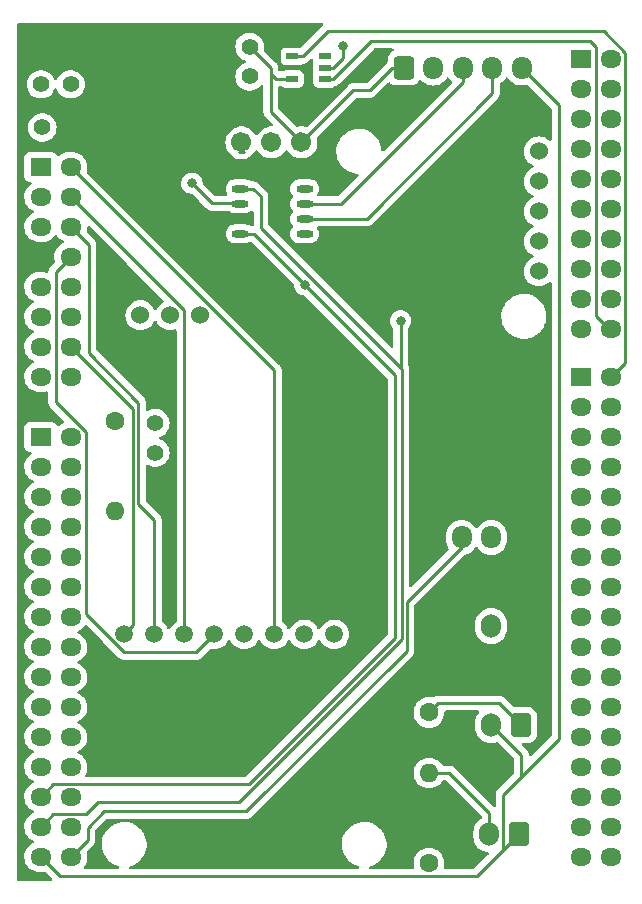
<source format=gbr>
%TF.GenerationSoftware,KiCad,Pcbnew,7.0.10*%
%TF.CreationDate,2024-02-15T15:55:25-05:00*%
%TF.ProjectId,CANRxPCB,43414e52-7850-4434-922e-6b696361645f,rev?*%
%TF.SameCoordinates,Original*%
%TF.FileFunction,Copper,L1,Top*%
%TF.FilePolarity,Positive*%
%FSLAX46Y46*%
G04 Gerber Fmt 4.6, Leading zero omitted, Abs format (unit mm)*
G04 Created by KiCad (PCBNEW 7.0.10) date 2024-02-15 15:55:25*
%MOMM*%
%LPD*%
G01*
G04 APERTURE LIST*
G04 Aperture macros list*
%AMRoundRect*
0 Rectangle with rounded corners*
0 $1 Rounding radius*
0 $2 $3 $4 $5 $6 $7 $8 $9 X,Y pos of 4 corners*
0 Add a 4 corners polygon primitive as box body*
4,1,4,$2,$3,$4,$5,$6,$7,$8,$9,$2,$3,0*
0 Add four circle primitives for the rounded corners*
1,1,$1+$1,$2,$3*
1,1,$1+$1,$4,$5*
1,1,$1+$1,$6,$7*
1,1,$1+$1,$8,$9*
0 Add four rect primitives between the rounded corners*
20,1,$1+$1,$2,$3,$4,$5,0*
20,1,$1+$1,$4,$5,$6,$7,0*
20,1,$1+$1,$6,$7,$8,$9,0*
20,1,$1+$1,$8,$9,$2,$3,0*%
G04 Aperture macros list end*
%TA.AperFunction,ComponentPad*%
%ADD10C,1.524000*%
%TD*%
%TA.AperFunction,ComponentPad*%
%ADD11C,1.400000*%
%TD*%
%TA.AperFunction,ComponentPad*%
%ADD12RoundRect,0.250000X0.600000X0.750000X-0.600000X0.750000X-0.600000X-0.750000X0.600000X-0.750000X0*%
%TD*%
%TA.AperFunction,ComponentPad*%
%ADD13O,1.700000X2.000000*%
%TD*%
%TA.AperFunction,ComponentPad*%
%ADD14R,1.800000X1.500000*%
%TD*%
%TA.AperFunction,ComponentPad*%
%ADD15O,1.800000X1.500000*%
%TD*%
%TA.AperFunction,ComponentPad*%
%ADD16C,1.600000*%
%TD*%
%TA.AperFunction,ComponentPad*%
%ADD17O,1.600000X1.600000*%
%TD*%
%TA.AperFunction,ComponentPad*%
%ADD18RoundRect,0.250000X0.600000X0.725000X-0.600000X0.725000X-0.600000X-0.725000X0.600000X-0.725000X0*%
%TD*%
%TA.AperFunction,ComponentPad*%
%ADD19O,1.700000X1.950000*%
%TD*%
%TA.AperFunction,ComponentPad*%
%ADD20C,1.701800*%
%TD*%
%TA.AperFunction,ComponentPad*%
%ADD21RoundRect,0.250000X-0.600000X-0.725000X0.600000X-0.725000X0.600000X0.725000X-0.600000X0.725000X0*%
%TD*%
%TA.AperFunction,SMDPad,CuDef*%
%ADD22R,0.977900X0.508000*%
%TD*%
%TA.AperFunction,ComponentPad*%
%ADD23R,1.508000X1.508000*%
%TD*%
%TA.AperFunction,ComponentPad*%
%ADD24C,1.508000*%
%TD*%
%TA.AperFunction,SMDPad,CuDef*%
%ADD25O,1.450000X0.599999*%
%TD*%
%TA.AperFunction,ViaPad*%
%ADD26C,0.800000*%
%TD*%
%TA.AperFunction,Conductor*%
%ADD27C,0.250000*%
%TD*%
G04 APERTURE END LIST*
D10*
%TO.P,U3,1,3V3*%
%TO.N,+3.3V*%
X132890000Y-76050000D03*
%TO.P,U3,2,GND*%
%TO.N,GND*%
X135430000Y-76050000D03*
%TO.P,U3,3,CANRx*%
%TO.N,/PD0*%
X137970000Y-76050000D03*
%TO.P,U3,4,CANTx*%
%TO.N,/PD1*%
X140510000Y-76050000D03*
%TD*%
D11*
%TO.P,C1,1*%
%TO.N,+3.3V*%
X129630000Y-60150000D03*
%TO.P,C1,2*%
%TO.N,GND*%
X127130000Y-60150000D03*
%TD*%
%TO.P,C3,1*%
%TO.N,+5V*%
X129520000Y-56500000D03*
%TO.P,C3,2*%
%TO.N,GND*%
X127020000Y-56500000D03*
%TD*%
D12*
%TO.P,J1,1,Pin_1*%
%TO.N,Net-(J1-Pin_1)*%
X167640000Y-110744000D03*
D13*
%TO.P,J1,2,Pin_2*%
%TO.N,/PG0*%
X165140000Y-110744000D03*
%TD*%
D14*
%TO.P,CN2,1,1*%
%TO.N,/PC6*%
X172720000Y-54356000D03*
D15*
%TO.P,CN2,2,2*%
%TO.N,/PB8*%
X175260000Y-54356000D03*
%TO.P,CN2,3,3*%
%TO.N,/PB15*%
X172720000Y-56896000D03*
%TO.P,CN2,4,4*%
%TO.N,/PB9*%
X175260000Y-56896000D03*
%TO.P,CN2,5,5*%
%TO.N,/PB13*%
X172720000Y-59436000D03*
%TO.P,CN2,6,6*%
%TO.N,unconnected-(CN2-Pad6)*%
X175260000Y-59436000D03*
%TO.P,CN2,7,7*%
%TO.N,/PB12*%
X172720000Y-61976000D03*
%TO.P,CN2,8,8*%
%TO.N,GND*%
X175260000Y-61976000D03*
%TO.P,CN2,9,9*%
%TO.N,/PA15*%
X172720000Y-64516000D03*
%TO.P,CN2,10,10*%
%TO.N,/PA5*%
X175260000Y-64516000D03*
%TO.P,CN2,11,11*%
%TO.N,/PC7*%
X172720000Y-67056000D03*
%TO.P,CN2,12,12*%
%TO.N,/PA6*%
X175260000Y-67056000D03*
%TO.P,CN2,13,13*%
%TO.N,/PB5*%
X172720000Y-69596000D03*
%TO.P,CN2,14,14*%
%TO.N,unconnected-(CN2-Pad14)*%
X175260000Y-69596000D03*
%TO.P,CN2,15,15*%
%TO.N,/PB3*%
X172720000Y-72136000D03*
%TO.P,CN2,16,16*%
%TO.N,/PD14*%
X175260000Y-72136000D03*
%TO.P,CN2,17,17*%
%TO.N,/PA4*%
X172720000Y-74676000D03*
%TO.P,CN2,18,18*%
%TO.N,/PD15*%
X175260000Y-74676000D03*
%TO.P,CN2,19,19*%
%TO.N,/PB4*%
X172720000Y-77216000D03*
%TO.P,CN2,20,20*%
%TO.N,/PF12*%
X175260000Y-77216000D03*
%TD*%
D16*
%TO.P,R2,1*%
%TO.N,Net-(J1-Pin_1)*%
X159867600Y-109677200D03*
D17*
%TO.P,R2,2*%
%TO.N,+3.3V*%
X159867600Y-102057200D03*
%TD*%
D12*
%TO.P,J2,1,Pin_1*%
%TO.N,/PG0*%
X167473000Y-120015000D03*
D13*
%TO.P,J2,2,Pin_2*%
%TO.N,Net-(J2-Pin_2)*%
X164973000Y-120015000D03*
%TD*%
D11*
%TO.P,C4,1*%
%TO.N,/PG3*%
X136702800Y-85191600D03*
%TO.P,C4,2*%
%TO.N,GND*%
X136702800Y-87691600D03*
%TD*%
D14*
%TO.P,CN3,1,1*%
%TO.N,/PA3*%
X127000000Y-86360000D03*
D15*
%TO.P,CN3,2,2*%
%TO.N,/PD7*%
X129540000Y-86360000D03*
%TO.P,CN3,3,3*%
%TO.N,/PC0*%
X127000000Y-88900000D03*
%TO.P,CN3,4,4*%
%TO.N,/PD6*%
X129540000Y-88900000D03*
%TO.P,CN3,5,5*%
%TO.N,/PC3*%
X127000000Y-91440000D03*
%TO.P,CN3,6,6*%
%TO.N,/PD5*%
X129540000Y-91440000D03*
%TO.P,CN3,7,7*%
%TO.N,/PF3*%
X127000000Y-93980000D03*
%TO.P,CN3,8,8*%
%TO.N,/PD4*%
X129540000Y-93980000D03*
%TO.P,CN3,9,9*%
%TO.N,/PF5*%
X127000000Y-96520000D03*
%TO.P,CN3,10,10*%
%TO.N,/PD3*%
X129540000Y-96520000D03*
%TO.P,CN3,11,11*%
%TO.N,/PF10*%
X127000000Y-99060000D03*
%TO.P,CN3,12,12*%
%TO.N,GND*%
X129540000Y-99060000D03*
%TO.P,CN3,13,13*%
%TO.N,unconnected-(CN3-Pad13)*%
X127000000Y-101600000D03*
%TO.P,CN3,14,14*%
%TO.N,unconnected-(CN3-Pad14)*%
X129540000Y-101600000D03*
%TO.P,CN3,15,15*%
%TO.N,unconnected-(CN3-Pad15)*%
X127000000Y-104140000D03*
%TO.P,CN3,16,16*%
%TO.N,/PE4*%
X129540000Y-104140000D03*
%TO.P,CN3,17,17*%
%TO.N,/PF2*%
X127000000Y-106680000D03*
%TO.P,CN3,18,18*%
%TO.N,/PE5*%
X129540000Y-106680000D03*
%TO.P,CN3,19,19*%
%TO.N,/PF1*%
X127000000Y-109220000D03*
%TO.P,CN3,20,20*%
%TO.N,/PE6*%
X129540000Y-109220000D03*
%TO.P,CN3,21,21*%
%TO.N,/PF0*%
X127000000Y-111760000D03*
%TO.P,CN3,22,22*%
%TO.N,/PE3*%
X129540000Y-111760000D03*
%TO.P,CN3,23,23*%
%TO.N,GND*%
X127000000Y-114300000D03*
%TO.P,CN3,24,24*%
%TO.N,/PF8*%
X129540000Y-114300000D03*
%TO.P,CN3,25,25*%
%TO.N,/PD0*%
X127000000Y-116840000D03*
%TO.P,CN3,26,26*%
%TO.N,/PF7*%
X129540000Y-116840000D03*
%TO.P,CN3,27,27*%
%TO.N,/PD1*%
X127000000Y-119380000D03*
%TO.P,CN3,28,28*%
%TO.N,/PF9*%
X129540000Y-119380000D03*
%TO.P,CN3,29,29*%
%TO.N,/PG0*%
X127000000Y-121920000D03*
%TO.P,CN3,30,30*%
%TO.N,/PG1*%
X129540000Y-121920000D03*
%TD*%
D18*
%TO.P,J4,1,Pin_1*%
%TO.N,+3.3V*%
X167640000Y-94869000D03*
D19*
%TO.P,J4,2,Pin_2*%
%TO.N,GND*%
X165140000Y-94869000D03*
%TO.P,J4,3,Pin_3*%
%TO.N,/PG1*%
X162640000Y-94869000D03*
%TD*%
D10*
%TO.P,U4,1,5V*%
%TO.N,+5VD*%
X169164000Y-72339200D03*
%TO.P,U4,2,GND*%
%TO.N,GND*%
X169164000Y-69799200D03*
%TO.P,U4,3,SQW*%
%TO.N,unconnected-(U4-SQW-Pad3)*%
X169164000Y-67259200D03*
%TO.P,U4,4,SCL*%
%TO.N,/PB8*%
X169164000Y-64719200D03*
%TO.P,U4,5,SCA*%
%TO.N,/PB9*%
X169164000Y-62179200D03*
%TD*%
D16*
%TO.P,R3,1*%
%TO.N,GND*%
X159867600Y-122428000D03*
D17*
%TO.P,R3,2*%
%TO.N,Net-(J2-Pin_2)*%
X159867600Y-114808000D03*
%TD*%
D20*
%TO.P,U5,1,OUTPUT*%
%TO.N,+5V*%
X143990000Y-61420000D03*
%TO.P,U5,2,GND*%
%TO.N,GND*%
X146530000Y-61420000D03*
%TO.P,U5,3,INPUT*%
%TO.N,+12V*%
X149070000Y-61420000D03*
%TD*%
D21*
%TO.P,J3,1,Pin_1*%
%TO.N,+12V*%
X157720000Y-55120000D03*
D19*
%TO.P,J3,2,Pin_2*%
%TO.N,GND*%
X160220000Y-55120000D03*
%TO.P,J3,3,Pin_3*%
%TO.N,/CANH*%
X162720000Y-55120000D03*
%TO.P,J3,4,Pin_4*%
%TO.N,/CANL*%
X165220000Y-55120000D03*
%TO.P,J3,5,Pin_5*%
%TO.N,/PG0*%
X167720000Y-55120000D03*
%TD*%
D16*
%TO.P,R1,1*%
%TO.N,/PG3*%
X133299200Y-85039200D03*
D17*
%TO.P,R1,2*%
%TO.N,GND*%
X133299200Y-92659200D03*
%TD*%
D22*
%TO.P,U1,1,\u002ARESET*%
%TO.N,/PF12*%
X151035250Y-56040001D03*
%TO.P,U1,2,GND*%
%TO.N,GND*%
X151035250Y-55090000D03*
%TO.P,U1,3,NC*%
%TO.N,unconnected-(U1-NC-Pad3)*%
X151035250Y-54139999D03*
%TO.P,U1,4,\u002AMR*%
%TO.N,/PF13*%
X148304750Y-54139999D03*
%TO.P,U1,5,VCC*%
%TO.N,+12V*%
X148304750Y-56040001D03*
%TD*%
D12*
%TO.P,J5,1,Pin_1*%
%TO.N,+3.3V*%
X167640000Y-102362000D03*
D13*
%TO.P,J5,2,Pin_2*%
%TO.N,/PG3*%
X165140000Y-102362000D03*
%TD*%
D11*
%TO.P,C2,1*%
%TO.N,+12V*%
X144680000Y-53330000D03*
%TO.P,C2,2*%
%TO.N,GND*%
X144680000Y-55830000D03*
%TD*%
D14*
%TO.P,CN1,1,1*%
%TO.N,unconnected-(CN1-Pad1)*%
X127000000Y-63500000D03*
D15*
%TO.P,CN1,2,2*%
%TO.N,/PC8*%
X129540000Y-63500000D03*
%TO.P,CN1,3,3*%
%TO.N,/IOREF*%
X127000000Y-66040000D03*
%TO.P,CN1,4,4*%
%TO.N,/PC9*%
X129540000Y-66040000D03*
%TO.P,CN1,5,5*%
%TO.N,/NRST*%
X127000000Y-68580000D03*
%TO.P,CN1,6,6*%
%TO.N,/PC10*%
X129540000Y-68580000D03*
%TO.P,CN1,7,7*%
%TO.N,+3.3V*%
X127000000Y-71120000D03*
%TO.P,CN1,8,8*%
%TO.N,/PC11*%
X129540000Y-71120000D03*
%TO.P,CN1,9,9*%
%TO.N,+5VD*%
X127000000Y-73660000D03*
%TO.P,CN1,10,10*%
%TO.N,/PC12*%
X129540000Y-73660000D03*
%TO.P,CN1,11,11*%
%TO.N,GND*%
X127000000Y-76200000D03*
%TO.P,CN1,12,12*%
%TO.N,/PD2*%
X129540000Y-76200000D03*
%TO.P,CN1,13,13*%
%TO.N,GND*%
X127000000Y-78740000D03*
%TO.P,CN1,14,14*%
%TO.N,/PG2*%
X129540000Y-78740000D03*
%TO.P,CN1,15,15*%
%TO.N,+5V*%
X127000000Y-81280000D03*
%TO.P,CN1,16,16*%
%TO.N,/PG3*%
X129540000Y-81280000D03*
%TD*%
D14*
%TO.P,CN4,1,1*%
%TO.N,unconnected-(CN4-Pad1)*%
X172720000Y-81280000D03*
D15*
%TO.P,CN4,2,2*%
%TO.N,/PF13*%
X175260000Y-81280000D03*
%TO.P,CN4,3,3*%
%TO.N,GNDA*%
X172720000Y-83820000D03*
%TO.P,CN4,4,4*%
%TO.N,/PE9*%
X175260000Y-83820000D03*
%TO.P,CN4,5,5*%
%TO.N,GND*%
X172720000Y-86360000D03*
%TO.P,CN4,6,6*%
%TO.N,/PE11*%
X175260000Y-86360000D03*
%TO.P,CN4,7,7*%
%TO.N,/PB1*%
X172720000Y-88900000D03*
%TO.P,CN4,8,8*%
%TO.N,/PF14*%
X175260000Y-88900000D03*
%TO.P,CN4,9,9*%
%TO.N,/PC2*%
X172720000Y-91440000D03*
%TO.P,CN4,10,10*%
%TO.N,/PE13*%
X175260000Y-91440000D03*
%TO.P,CN4,11,11*%
%TO.N,/PF4*%
X172720000Y-93980000D03*
%TO.P,CN4,12,12*%
%TO.N,/PF15*%
X175260000Y-93980000D03*
%TO.P,CN4,13,13*%
%TO.N,/PB6*%
X172720000Y-96520000D03*
%TO.P,CN4,14,14*%
%TO.N,/PG14*%
X175260000Y-96520000D03*
%TO.P,CN4,15,15*%
%TO.N,/PB2*%
X172720000Y-99060000D03*
%TO.P,CN4,16,16*%
%TO.N,/PG9*%
X175260000Y-99060000D03*
%TO.P,CN4,17,17*%
%TO.N,GND*%
X172720000Y-101600000D03*
%TO.P,CN4,18,18*%
%TO.N,/PE8*%
X175260000Y-101600000D03*
%TO.P,CN4,19,19*%
%TO.N,/PD13*%
X172720000Y-104140000D03*
%TO.P,CN4,20,20*%
%TO.N,/PE7*%
X175260000Y-104140000D03*
%TO.P,CN4,21,21*%
%TO.N,/PD12*%
X172720000Y-106680000D03*
%TO.P,CN4,22,22*%
%TO.N,GND*%
X175260000Y-106680000D03*
%TO.P,CN4,23,23*%
%TO.N,/PD11*%
X172720000Y-109220000D03*
%TO.P,CN4,24,24*%
%TO.N,/PE10*%
X175260000Y-109220000D03*
%TO.P,CN4,25,25*%
%TO.N,unconnected-(CN4-Pad25)*%
X172720000Y-111760000D03*
%TO.P,CN4,26,26*%
%TO.N,/PE12*%
X175260000Y-111760000D03*
%TO.P,CN4,27,27*%
%TO.N,GND*%
X172720000Y-114300000D03*
%TO.P,CN4,28,28*%
%TO.N,/PE14*%
X175260000Y-114300000D03*
%TO.P,CN4,29,29*%
%TO.N,/PA0*%
X172720000Y-116840000D03*
%TO.P,CN4,30,30*%
%TO.N,/PE15*%
X175260000Y-116840000D03*
%TO.P,CN4,31,31*%
%TO.N,/PB0*%
X172720000Y-119380000D03*
%TO.P,CN4,32,32*%
%TO.N,/PB10*%
X175260000Y-119380000D03*
%TO.P,CN4,33,33*%
%TO.N,/PE0*%
X172720000Y-121920000D03*
%TO.P,CN4,34,34*%
%TO.N,/PB11*%
X175260000Y-121920000D03*
%TD*%
D23*
%TO.P,U2,1,3V*%
%TO.N,+3.3V*%
X154381200Y-103073200D03*
D24*
%TO.P,U2,2,GND*%
%TO.N,GND*%
X151841200Y-103073200D03*
%TO.P,U2,3,CLK*%
%TO.N,/PC12*%
X149301200Y-103073200D03*
%TO.P,U2,4,D0/SO*%
%TO.N,/PC8*%
X146761200Y-103073200D03*
%TO.P,U2,5,CMD/SI*%
%TO.N,/PD2*%
X144221200Y-103073200D03*
%TO.P,U2,6,D3/CS*%
%TO.N,/PC11*%
X141681200Y-103073200D03*
%TO.P,U2,7,DAT1*%
%TO.N,/PC9*%
X139141200Y-103073200D03*
%TO.P,U2,8,DAT2*%
%TO.N,/PC10*%
X136601200Y-103073200D03*
%TO.P,U2,9,DET*%
%TO.N,/PG2*%
X134061200Y-103073200D03*
%TD*%
D25*
%TO.P,U6,1,TXD*%
%TO.N,/PD1*%
X143884999Y-65345000D03*
%TO.P,U6,2,GND*%
%TO.N,GND*%
X143884999Y-66615000D03*
%TO.P,U6,3,VCC*%
%TO.N,+3.3V*%
X143884999Y-67885000D03*
%TO.P,U6,4,RXD*%
%TO.N,/PD0*%
X143884999Y-69155000D03*
%TO.P,U6,5,NC*%
%TO.N,unconnected-(U6-NC-Pad5)*%
X149334998Y-69155000D03*
%TO.P,U6,6,CANL*%
%TO.N,/CANL*%
X149334998Y-67885000D03*
%TO.P,U6,7,CANH*%
%TO.N,/CANH*%
X149334998Y-66615000D03*
%TO.P,U6,8,NC*%
%TO.N,unconnected-(U6-NC-Pad8)*%
X149334998Y-65345000D03*
%TD*%
D26*
%TO.N,+3.3V*%
X148420000Y-82310000D03*
%TO.N,GND*%
X139800000Y-64880000D03*
X152620000Y-53250000D03*
%TO.N,/PD0*%
X149350000Y-73470000D03*
%TO.N,/PD1*%
X157470000Y-76530000D03*
%TD*%
D27*
%TO.N,GND*%
X169164000Y-69951600D02*
X169062400Y-70053200D01*
X151774200Y-55090000D02*
X152620000Y-54244200D01*
X141485000Y-66565000D02*
X139800000Y-64880000D01*
X152620000Y-54244200D02*
X152620000Y-53250000D01*
X143764999Y-66565000D02*
X141485000Y-66565000D01*
X169164000Y-69799200D02*
X169164000Y-69951600D01*
X151035250Y-55090000D02*
X151774200Y-55090000D01*
%TO.N,+12V*%
X146480001Y-55590000D02*
X146480001Y-58830001D01*
X148304750Y-56040001D02*
X146930002Y-56040001D01*
X146480001Y-55130001D02*
X146480001Y-55590000D01*
X149070000Y-61420000D02*
X153470000Y-57020000D01*
X156760000Y-55120000D02*
X157720000Y-55120000D01*
X154860000Y-57020000D02*
X156760000Y-55120000D01*
X153470000Y-57020000D02*
X154860000Y-57020000D01*
X146930002Y-56040001D02*
X146480001Y-55590000D01*
X146480001Y-58830001D02*
X149070000Y-61420000D01*
X144680000Y-53330000D02*
X146480001Y-55130001D01*
%TO.N,+5V*%
X144194600Y-62204600D02*
X143782199Y-62204600D01*
%TO.N,/PC8*%
X146761200Y-80721200D02*
X129540000Y-63500000D01*
X146761200Y-81460300D02*
X146761200Y-103073200D01*
X146761200Y-81460300D02*
X146761200Y-80721200D01*
%TO.N,/PC9*%
X139141200Y-75641200D02*
X139141200Y-103073200D01*
X129540000Y-66040000D02*
X139141200Y-75641200D01*
%TO.N,/PC10*%
X136601200Y-103073200D02*
X136601200Y-93370400D01*
X136601200Y-93370400D02*
X135265200Y-92034400D01*
X131060000Y-70100000D02*
X129540000Y-68580000D01*
X135265200Y-83445200D02*
X131060000Y-79240000D01*
X135265200Y-92034400D02*
X135265200Y-83445200D01*
X131060000Y-79240000D02*
X131060000Y-70100000D01*
X136970750Y-103102750D02*
X136956800Y-103088800D01*
%TO.N,/PC11*%
X128270000Y-83419720D02*
X128270000Y-72390000D01*
X141681200Y-103073200D02*
X140157200Y-104597200D01*
X140157200Y-104597200D02*
X134059263Y-104597200D01*
X134059263Y-104597200D02*
X130810000Y-101347937D01*
X130810000Y-85959720D02*
X128270000Y-83419720D01*
X128270000Y-72390000D02*
X129540000Y-71120000D01*
X130810000Y-101347937D02*
X130810000Y-85959720D01*
%TO.N,/PG2*%
X134815200Y-84015200D02*
X134815200Y-102319200D01*
X129540000Y-78740000D02*
X134815200Y-84015200D01*
X134815200Y-102319200D02*
X134061200Y-103073200D01*
%TO.N,/PF12*%
X151035250Y-56040001D02*
X151761146Y-56040001D01*
X154961947Y-52839200D02*
X173503200Y-52839200D01*
X174035000Y-76143400D02*
X175209200Y-77317600D01*
X175260000Y-77266800D02*
X175260000Y-77216000D01*
X175209200Y-77317600D02*
X175260000Y-77266800D01*
X174035000Y-53371000D02*
X174035000Y-76143400D01*
X151761146Y-56040001D02*
X154961947Y-52839200D01*
X173503200Y-52839200D02*
X174035000Y-53371000D01*
%TO.N,/PD0*%
X157010000Y-81130000D02*
X157010000Y-81670000D01*
X128075000Y-115765000D02*
X127000000Y-116840000D01*
X145035000Y-69155000D02*
X149350000Y-73470000D01*
X149350000Y-73470000D02*
X157010000Y-81130000D01*
X144618604Y-115765000D02*
X128075000Y-115765000D01*
X157010000Y-81670000D02*
X157010000Y-103373604D01*
X157010000Y-103373604D02*
X144618604Y-115765000D01*
X143884999Y-69155000D02*
X145035000Y-69155000D01*
%TO.N,/PD1*%
X157470000Y-76530000D02*
X157470000Y-80570000D01*
X143884999Y-65345000D02*
X144995000Y-65345000D01*
X145640000Y-65990000D02*
X145640000Y-68670000D01*
X128075000Y-118305000D02*
X130795000Y-118305000D01*
X144995000Y-65345000D02*
X145640000Y-65990000D01*
X157470000Y-80570000D02*
X157550000Y-80650000D01*
X127000000Y-119380000D02*
X128075000Y-118305000D01*
X157550000Y-103470000D02*
X157550000Y-80650000D01*
X130795000Y-118305000D02*
X131840000Y-117260000D01*
X157550000Y-80580000D02*
X157550000Y-80650000D01*
X145640000Y-68670000D02*
X157550000Y-80580000D01*
X143884999Y-65345000D02*
X143923882Y-65345000D01*
X144101396Y-65295000D02*
X143764999Y-65295000D01*
X143760000Y-117260000D02*
X157550000Y-103470000D01*
X131840000Y-117260000D02*
X143760000Y-117260000D01*
X157470000Y-76530000D02*
X157550000Y-76610000D01*
%TO.N,/PG0*%
X163935000Y-123553000D02*
X165539000Y-121949000D01*
X166148000Y-116632000D02*
X167025000Y-115755000D01*
X165539000Y-121949000D02*
X167473000Y-120015000D01*
X166148000Y-121340000D02*
X166148000Y-116632000D01*
X167690000Y-113260000D02*
X167690000Y-115090000D01*
X167025000Y-115755000D02*
X170880000Y-111900000D01*
X127000000Y-121920000D02*
X128633000Y-123553000D01*
X165539000Y-121949000D02*
X166148000Y-121340000D01*
X170880000Y-111900000D02*
X170880000Y-58280000D01*
X128633000Y-123553000D02*
X163935000Y-123553000D01*
X167690000Y-115090000D02*
X167025000Y-115755000D01*
X165140000Y-110744000D02*
X167656000Y-113260000D01*
X167656000Y-113260000D02*
X167690000Y-113260000D01*
X170880000Y-58280000D02*
X167720000Y-55120000D01*
%TO.N,/PG1*%
X132334000Y-118059200D02*
X130962400Y-119430800D01*
X162640000Y-95660000D02*
X158000000Y-100300000D01*
X162640000Y-94869000D02*
X162361000Y-94869000D01*
X162640000Y-94869000D02*
X162640000Y-95660000D01*
X158000000Y-104450000D02*
X144390800Y-118059200D01*
X130962400Y-120497600D02*
X129540000Y-121920000D01*
X158000000Y-100300000D02*
X158000000Y-104450000D01*
X144390800Y-118059200D02*
X132334000Y-118059200D01*
X130962400Y-119430800D02*
X130962400Y-120497600D01*
%TO.N,/PF13*%
X151290000Y-52019200D02*
X153945549Y-52019200D01*
X149169201Y-54139999D02*
X151290000Y-52019200D01*
X153945549Y-52019200D02*
X174650400Y-52019200D01*
X148304750Y-54139999D02*
X149169201Y-54139999D01*
X176485000Y-53853800D02*
X176485000Y-80055000D01*
X176485000Y-80055000D02*
X175260000Y-81280000D01*
X174650400Y-52019200D02*
X176485000Y-53853800D01*
%TO.N,Net-(J1-Pin_1)*%
X159867600Y-109677200D02*
X160667599Y-108877201D01*
X165773201Y-108877201D02*
X167640000Y-110744000D01*
X160667599Y-108877201D02*
X165773201Y-108877201D01*
%TO.N,Net-(J2-Pin_2)*%
X159867600Y-114808000D02*
X161594800Y-114808000D01*
X164973000Y-118186200D02*
X164973000Y-120015000D01*
X161594800Y-114808000D02*
X164973000Y-118186200D01*
%TO.N,/CANL*%
X165220000Y-57270000D02*
X165220000Y-55120000D01*
X149334998Y-67885000D02*
X154605000Y-67885000D01*
X154605000Y-67885000D02*
X165220000Y-57270000D01*
%TO.N,/CANH*%
X162720000Y-56345000D02*
X152450000Y-66615000D01*
X162720000Y-55120000D02*
X162720000Y-56345000D01*
X152450000Y-66615000D02*
X149334998Y-66615000D01*
%TD*%
%TA.AperFunction,Conductor*%
%TO.N,+3.3V*%
G36*
X150884287Y-51327685D02*
G01*
X150930042Y-51380489D01*
X150939986Y-51449647D01*
X150910961Y-51513203D01*
X150904926Y-51519684D01*
X150889413Y-51535196D01*
X150874624Y-51547827D01*
X150858414Y-51559604D01*
X150858411Y-51559607D01*
X150830573Y-51593258D01*
X150822711Y-51601897D01*
X149053322Y-53371285D01*
X148991999Y-53404770D01*
X148922311Y-53399787D01*
X148901184Y-53391908D01*
X148901183Y-53391907D01*
X148841583Y-53385500D01*
X148841581Y-53385499D01*
X148841573Y-53385499D01*
X148841564Y-53385499D01*
X147767929Y-53385499D01*
X147767923Y-53385500D01*
X147708316Y-53391907D01*
X147573471Y-53442201D01*
X147573464Y-53442205D01*
X147458255Y-53528451D01*
X147458252Y-53528454D01*
X147372006Y-53643663D01*
X147372002Y-53643670D01*
X147330415Y-53755173D01*
X147321709Y-53778516D01*
X147315300Y-53838126D01*
X147315300Y-53838133D01*
X147315300Y-53838134D01*
X147315300Y-54441869D01*
X147315301Y-54441875D01*
X147321708Y-54501482D01*
X147372002Y-54636327D01*
X147372006Y-54636334D01*
X147458252Y-54751543D01*
X147458255Y-54751546D01*
X147573464Y-54837792D01*
X147573471Y-54837796D01*
X147708317Y-54888090D01*
X147708316Y-54888090D01*
X147715244Y-54888834D01*
X147767927Y-54894499D01*
X148841572Y-54894498D01*
X148901183Y-54888090D01*
X149036031Y-54837795D01*
X149099257Y-54790463D01*
X149164717Y-54766047D01*
X149169665Y-54765792D01*
X149173527Y-54765671D01*
X149177082Y-54765560D01*
X149180967Y-54765499D01*
X149208547Y-54765499D01*
X149208551Y-54765499D01*
X149212525Y-54764996D01*
X149224164Y-54764079D01*
X149267828Y-54762708D01*
X149287070Y-54757116D01*
X149306113Y-54753173D01*
X149325993Y-54750663D01*
X149366602Y-54734584D01*
X149377645Y-54730802D01*
X149419591Y-54718617D01*
X149436830Y-54708421D01*
X149454304Y-54699861D01*
X149472928Y-54692487D01*
X149472928Y-54692486D01*
X149472933Y-54692485D01*
X149508284Y-54666799D01*
X149518019Y-54660406D01*
X149555621Y-54638169D01*
X149569790Y-54623998D01*
X149584580Y-54611367D01*
X149600788Y-54599593D01*
X149628639Y-54565925D01*
X149636480Y-54557308D01*
X149834231Y-54359557D01*
X149895552Y-54326074D01*
X149965244Y-54331058D01*
X150021177Y-54372930D01*
X150045594Y-54438394D01*
X150045732Y-54440594D01*
X150045800Y-54441865D01*
X150052209Y-54501483D01*
X150078385Y-54571667D01*
X150083369Y-54641359D01*
X150078385Y-54658331D01*
X150052210Y-54728511D01*
X150052209Y-54728515D01*
X150052209Y-54728517D01*
X150045800Y-54788127D01*
X150045800Y-54788134D01*
X150045800Y-54788135D01*
X150045800Y-55391870D01*
X150045801Y-55391876D01*
X150052209Y-55451484D01*
X150078385Y-55521668D01*
X150083369Y-55591360D01*
X150078385Y-55608332D01*
X150052210Y-55678512D01*
X150052209Y-55678516D01*
X150052209Y-55678518D01*
X150045800Y-55738128D01*
X150045800Y-55738135D01*
X150045800Y-55738136D01*
X150045800Y-56341871D01*
X150045801Y-56341877D01*
X150052208Y-56401484D01*
X150102502Y-56536329D01*
X150102506Y-56536336D01*
X150188752Y-56651545D01*
X150188755Y-56651548D01*
X150303964Y-56737794D01*
X150303971Y-56737798D01*
X150438817Y-56788092D01*
X150438816Y-56788092D01*
X150445744Y-56788836D01*
X150498427Y-56794501D01*
X151572072Y-56794500D01*
X151631683Y-56788092D01*
X151652403Y-56780364D01*
X151766529Y-56737798D01*
X151766529Y-56737797D01*
X151766531Y-56737797D01*
X151849571Y-56675631D01*
X151908344Y-56651876D01*
X151917938Y-56650665D01*
X151958547Y-56634586D01*
X151969590Y-56630804D01*
X152011536Y-56618619D01*
X152028775Y-56608423D01*
X152046249Y-56599863D01*
X152064873Y-56592489D01*
X152064873Y-56592488D01*
X152064878Y-56592487D01*
X152100229Y-56566801D01*
X152109960Y-56560409D01*
X152147566Y-56538171D01*
X152161735Y-56524000D01*
X152176525Y-56511369D01*
X152192733Y-56499595D01*
X152220584Y-56465927D01*
X152228425Y-56457310D01*
X155184719Y-53501019D01*
X155246042Y-53467534D01*
X155272400Y-53464700D01*
X156773070Y-53464700D01*
X156840109Y-53484385D01*
X156885864Y-53537189D01*
X156895808Y-53606347D01*
X156866783Y-53669903D01*
X156812076Y-53706404D01*
X156800672Y-53710184D01*
X156800666Y-53710186D01*
X156800663Y-53710187D01*
X156651342Y-53802289D01*
X156527289Y-53926342D01*
X156435187Y-54075663D01*
X156435185Y-54075668D01*
X156416450Y-54132206D01*
X156380001Y-54242203D01*
X156380001Y-54242204D01*
X156380000Y-54242204D01*
X156369500Y-54344983D01*
X156369500Y-54568163D01*
X156349815Y-54635202D01*
X156330382Y-54658557D01*
X156328413Y-54660405D01*
X156300573Y-54694058D01*
X156292711Y-54702697D01*
X154637228Y-56358181D01*
X154575905Y-56391666D01*
X154549547Y-56394500D01*
X153552743Y-56394500D01*
X153537122Y-56392775D01*
X153537095Y-56393061D01*
X153529333Y-56392326D01*
X153462113Y-56394439D01*
X153458219Y-56394500D01*
X153430650Y-56394500D01*
X153426673Y-56395002D01*
X153415042Y-56395917D01*
X153371374Y-56397289D01*
X153371368Y-56397290D01*
X153352126Y-56402880D01*
X153333087Y-56406823D01*
X153313217Y-56409334D01*
X153313203Y-56409337D01*
X153272598Y-56425413D01*
X153261554Y-56429194D01*
X153219614Y-56441379D01*
X153219610Y-56441381D01*
X153202366Y-56451579D01*
X153184905Y-56460133D01*
X153166274Y-56467510D01*
X153166262Y-56467517D01*
X153130933Y-56493185D01*
X153121173Y-56499596D01*
X153083580Y-56521829D01*
X153069414Y-56535995D01*
X153054624Y-56548627D01*
X153038414Y-56560404D01*
X153038411Y-56560407D01*
X153010573Y-56594058D01*
X153002711Y-56602697D01*
X149529874Y-60075533D01*
X149468551Y-60109018D01*
X149408169Y-60105498D01*
X149407860Y-60106721D01*
X149402889Y-60105462D01*
X149181980Y-60068600D01*
X148958020Y-60068600D01*
X148737108Y-60105462D01*
X148732144Y-60106720D01*
X148731814Y-60105417D01*
X148668264Y-60108283D01*
X148610124Y-60075534D01*
X147141820Y-58607229D01*
X147108335Y-58545906D01*
X147105501Y-58519548D01*
X147105501Y-56789501D01*
X147125186Y-56722462D01*
X147177990Y-56676707D01*
X147229501Y-56665501D01*
X147435622Y-56665501D01*
X147502661Y-56685186D01*
X147509933Y-56690234D01*
X147573469Y-56737797D01*
X147573470Y-56737797D01*
X147573471Y-56737798D01*
X147708317Y-56788092D01*
X147708316Y-56788092D01*
X147715244Y-56788836D01*
X147767927Y-56794501D01*
X148841572Y-56794500D01*
X148901183Y-56788092D01*
X149036031Y-56737797D01*
X149151246Y-56651547D01*
X149237496Y-56536332D01*
X149287791Y-56401484D01*
X149294200Y-56341874D01*
X149294199Y-55738129D01*
X149287791Y-55678518D01*
X149268271Y-55626183D01*
X149237497Y-55543672D01*
X149237493Y-55543665D01*
X149151247Y-55428456D01*
X149151244Y-55428453D01*
X149036035Y-55342207D01*
X149036028Y-55342203D01*
X148901182Y-55291909D01*
X148901183Y-55291909D01*
X148841583Y-55285502D01*
X148841581Y-55285501D01*
X148841573Y-55285501D01*
X148841564Y-55285501D01*
X147767929Y-55285501D01*
X147767923Y-55285502D01*
X147708316Y-55291909D01*
X147573471Y-55342203D01*
X147573469Y-55342205D01*
X147509933Y-55389768D01*
X147444469Y-55414185D01*
X147435622Y-55414501D01*
X147240455Y-55414501D01*
X147173416Y-55394816D01*
X147152774Y-55378182D01*
X147141820Y-55367228D01*
X147108335Y-55305905D01*
X147105501Y-55279547D01*
X147105501Y-55212743D01*
X147107225Y-55197123D01*
X147106940Y-55197097D01*
X147107672Y-55189341D01*
X147107674Y-55189334D01*
X147105562Y-55122127D01*
X147105501Y-55118232D01*
X147105501Y-55090655D01*
X147105501Y-55090651D01*
X147104997Y-55086666D01*
X147104081Y-55075022D01*
X147102710Y-55031374D01*
X147097123Y-55012145D01*
X147093175Y-54993085D01*
X147090664Y-54973205D01*
X147074589Y-54932605D01*
X147070805Y-54921553D01*
X147058619Y-54879610D01*
X147058617Y-54879607D01*
X147048424Y-54862372D01*
X147039862Y-54844895D01*
X147032488Y-54826270D01*
X147006817Y-54790938D01*
X147000406Y-54781178D01*
X146983843Y-54753172D01*
X146978173Y-54743584D01*
X146978166Y-54743575D01*
X146964007Y-54729416D01*
X146951369Y-54714620D01*
X146943255Y-54703452D01*
X146939595Y-54698414D01*
X146934329Y-54694058D01*
X146905941Y-54670573D01*
X146897300Y-54662710D01*
X145898892Y-53664302D01*
X145865407Y-53602979D01*
X145864736Y-53557258D01*
X145864586Y-53557245D01*
X145864715Y-53555846D01*
X145864686Y-53553826D01*
X145865110Y-53551551D01*
X145865115Y-53551536D01*
X145885643Y-53330000D01*
X145865115Y-53108464D01*
X145804229Y-52894472D01*
X145804224Y-52894461D01*
X145705061Y-52695316D01*
X145705056Y-52695308D01*
X145570979Y-52517761D01*
X145406562Y-52367876D01*
X145406560Y-52367874D01*
X145217404Y-52250754D01*
X145217398Y-52250752D01*
X145009940Y-52170382D01*
X144791243Y-52129500D01*
X144568757Y-52129500D01*
X144350060Y-52170382D01*
X144218864Y-52221207D01*
X144142601Y-52250752D01*
X144142595Y-52250754D01*
X143953439Y-52367874D01*
X143953437Y-52367876D01*
X143789020Y-52517761D01*
X143654943Y-52695308D01*
X143654938Y-52695316D01*
X143555775Y-52894461D01*
X143555769Y-52894476D01*
X143494885Y-53108462D01*
X143494884Y-53108464D01*
X143474357Y-53329999D01*
X143474357Y-53330000D01*
X143494884Y-53551535D01*
X143494885Y-53551537D01*
X143555769Y-53765523D01*
X143555775Y-53765538D01*
X143654938Y-53964683D01*
X143654943Y-53964691D01*
X143789020Y-54142238D01*
X143953437Y-54292123D01*
X143953439Y-54292125D01*
X144142595Y-54409245D01*
X144142596Y-54409245D01*
X144142599Y-54409247D01*
X144284898Y-54464374D01*
X144340298Y-54506946D01*
X144363889Y-54572713D01*
X144348178Y-54640793D01*
X144298154Y-54689572D01*
X144284906Y-54695622D01*
X144200012Y-54728511D01*
X144142601Y-54750752D01*
X144142595Y-54750754D01*
X143953439Y-54867874D01*
X143953437Y-54867876D01*
X143789020Y-55017761D01*
X143654943Y-55195308D01*
X143654938Y-55195316D01*
X143555775Y-55394461D01*
X143555769Y-55394476D01*
X143494885Y-55608462D01*
X143474357Y-55829999D01*
X143474357Y-55830000D01*
X143494884Y-56051535D01*
X143494885Y-56051537D01*
X143555769Y-56265523D01*
X143555775Y-56265538D01*
X143654938Y-56464683D01*
X143654943Y-56464691D01*
X143789020Y-56642238D01*
X143953437Y-56792123D01*
X143953439Y-56792125D01*
X144142595Y-56909245D01*
X144142596Y-56909245D01*
X144142599Y-56909247D01*
X144350060Y-56989618D01*
X144568757Y-57030500D01*
X144568759Y-57030500D01*
X144791241Y-57030500D01*
X144791243Y-57030500D01*
X145009940Y-56989618D01*
X145217401Y-56909247D01*
X145406562Y-56792124D01*
X145570981Y-56642236D01*
X145620173Y-56577095D01*
X145631547Y-56562034D01*
X145687655Y-56520397D01*
X145757367Y-56515705D01*
X145818549Y-56549448D01*
X145851777Y-56610911D01*
X145854501Y-56636760D01*
X145854501Y-58747256D01*
X145852776Y-58762873D01*
X145853062Y-58762900D01*
X145852327Y-58770666D01*
X145854440Y-58837873D01*
X145854501Y-58841768D01*
X145854501Y-58869358D01*
X145855004Y-58873336D01*
X145855919Y-58884968D01*
X145857291Y-58928625D01*
X145857292Y-58928628D01*
X145862881Y-58947868D01*
X145866825Y-58966912D01*
X145869337Y-58986793D01*
X145885415Y-59027404D01*
X145889198Y-59038453D01*
X145901382Y-59080389D01*
X145911581Y-59097635D01*
X145920139Y-59115104D01*
X145927515Y-59133733D01*
X145953182Y-59169061D01*
X145959594Y-59178822D01*
X145981829Y-59216418D01*
X145981834Y-59216425D01*
X145995991Y-59230581D01*
X146008629Y-59245377D01*
X146020406Y-59261587D01*
X146020407Y-59261588D01*
X146054058Y-59289426D01*
X146062699Y-59297289D01*
X146622329Y-59856919D01*
X146655814Y-59918242D01*
X146650830Y-59987934D01*
X146608958Y-60043867D01*
X146543494Y-60068284D01*
X146534648Y-60068600D01*
X146418020Y-60068600D01*
X146197111Y-60105462D01*
X145985295Y-60178179D01*
X145985281Y-60178185D01*
X145788326Y-60284771D01*
X145788317Y-60284777D01*
X145611591Y-60422329D01*
X145611581Y-60422338D01*
X145459906Y-60587099D01*
X145459898Y-60587110D01*
X145363808Y-60734186D01*
X145310662Y-60779543D01*
X145241430Y-60788966D01*
X145178095Y-60759463D01*
X145156192Y-60734186D01*
X145085311Y-60625697D01*
X145060100Y-60587108D01*
X145060097Y-60587105D01*
X145060093Y-60587099D01*
X144908418Y-60422338D01*
X144908408Y-60422329D01*
X144731682Y-60284777D01*
X144731673Y-60284771D01*
X144534718Y-60178185D01*
X144534715Y-60178184D01*
X144534712Y-60178182D01*
X144534706Y-60178180D01*
X144534704Y-60178179D01*
X144322888Y-60105462D01*
X144101980Y-60068600D01*
X143878020Y-60068600D01*
X143657111Y-60105462D01*
X143445295Y-60178179D01*
X143445281Y-60178185D01*
X143248326Y-60284771D01*
X143248317Y-60284777D01*
X143071591Y-60422329D01*
X143071581Y-60422338D01*
X142919906Y-60587099D01*
X142919898Y-60587110D01*
X142797405Y-60774598D01*
X142707441Y-60979698D01*
X142652463Y-61196800D01*
X142652461Y-61196812D01*
X142633968Y-61419994D01*
X142633968Y-61420005D01*
X142652461Y-61643187D01*
X142652463Y-61643199D01*
X142707441Y-61860301D01*
X142797405Y-62065401D01*
X142919898Y-62252889D01*
X142919906Y-62252900D01*
X143071581Y-62417661D01*
X143071586Y-62417666D01*
X143248321Y-62555225D01*
X143252423Y-62557905D01*
X143289304Y-62595275D01*
X143296413Y-62606477D01*
X143411617Y-62714662D01*
X143411619Y-62714663D01*
X143411621Y-62714665D01*
X143550103Y-62790795D01*
X143550107Y-62790797D01*
X143703180Y-62830100D01*
X143703183Y-62830100D01*
X144233948Y-62830100D01*
X144233950Y-62830100D01*
X144233955Y-62830099D01*
X144233959Y-62830099D01*
X144246688Y-62828490D01*
X144351392Y-62815264D01*
X144498332Y-62757086D01*
X144626187Y-62664194D01*
X144688546Y-62588812D01*
X144725071Y-62558800D01*
X144731679Y-62555225D01*
X144908415Y-62417665D01*
X145060100Y-62252892D01*
X145156192Y-62105813D01*
X145209338Y-62060457D01*
X145278569Y-62051033D01*
X145341905Y-62080535D01*
X145363808Y-62105813D01*
X145459898Y-62252889D01*
X145459906Y-62252900D01*
X145594649Y-62399268D01*
X145611585Y-62417665D01*
X145611588Y-62417667D01*
X145611591Y-62417670D01*
X145697115Y-62484236D01*
X145788321Y-62555225D01*
X145788323Y-62555226D01*
X145788326Y-62555228D01*
X145894424Y-62612645D01*
X145985288Y-62661818D01*
X146197114Y-62734538D01*
X146418020Y-62771400D01*
X146641980Y-62771400D01*
X146862886Y-62734538D01*
X147074712Y-62661818D01*
X147271679Y-62555225D01*
X147448415Y-62417665D01*
X147600100Y-62252892D01*
X147696192Y-62105813D01*
X147749338Y-62060457D01*
X147818569Y-62051033D01*
X147881905Y-62080535D01*
X147903808Y-62105813D01*
X147999898Y-62252889D01*
X147999906Y-62252900D01*
X148134649Y-62399268D01*
X148151585Y-62417665D01*
X148151588Y-62417667D01*
X148151591Y-62417670D01*
X148237115Y-62484236D01*
X148328321Y-62555225D01*
X148328323Y-62555226D01*
X148328326Y-62555228D01*
X148434424Y-62612645D01*
X148525288Y-62661818D01*
X148737114Y-62734538D01*
X148958020Y-62771400D01*
X149181980Y-62771400D01*
X149402886Y-62734538D01*
X149614712Y-62661818D01*
X149811679Y-62555225D01*
X149988415Y-62417665D01*
X150140100Y-62252892D01*
X150262595Y-62065400D01*
X150352558Y-61860303D01*
X150407537Y-61643196D01*
X150414133Y-61563601D01*
X150426032Y-61420005D01*
X150426032Y-61419994D01*
X150407538Y-61196812D01*
X150407536Y-61196800D01*
X150378408Y-61081776D01*
X150381033Y-61011956D01*
X150410931Y-60963657D01*
X153692771Y-57681819D01*
X153754094Y-57648334D01*
X153780452Y-57645500D01*
X154777257Y-57645500D01*
X154792877Y-57647224D01*
X154792904Y-57646939D01*
X154800660Y-57647671D01*
X154800667Y-57647673D01*
X154867873Y-57645561D01*
X154871768Y-57645500D01*
X154899346Y-57645500D01*
X154899350Y-57645500D01*
X154903324Y-57644997D01*
X154914963Y-57644080D01*
X154958627Y-57642709D01*
X154977869Y-57637117D01*
X154996912Y-57633174D01*
X155016792Y-57630664D01*
X155057401Y-57614585D01*
X155068444Y-57610803D01*
X155110390Y-57598618D01*
X155127629Y-57588422D01*
X155145103Y-57579862D01*
X155163727Y-57572488D01*
X155163727Y-57572487D01*
X155163732Y-57572486D01*
X155199083Y-57546800D01*
X155208814Y-57540408D01*
X155246420Y-57518170D01*
X155260589Y-57503999D01*
X155275379Y-57491368D01*
X155291587Y-57479594D01*
X155319438Y-57445926D01*
X155327279Y-57437309D01*
X156401431Y-56363157D01*
X156462752Y-56329674D01*
X156532444Y-56334658D01*
X156576791Y-56363159D01*
X156651344Y-56437712D01*
X156800666Y-56529814D01*
X156967203Y-56584999D01*
X157069991Y-56595500D01*
X158370008Y-56595499D01*
X158472797Y-56584999D01*
X158639334Y-56529814D01*
X158788656Y-56437712D01*
X158912712Y-56313656D01*
X159004814Y-56164334D01*
X159004814Y-56164331D01*
X159008178Y-56158879D01*
X159060126Y-56112154D01*
X159129088Y-56100931D01*
X159193170Y-56128774D01*
X159201398Y-56136294D01*
X159348599Y-56283495D01*
X159431971Y-56341873D01*
X159542165Y-56419032D01*
X159542167Y-56419033D01*
X159542170Y-56419035D01*
X159756337Y-56518903D01*
X159756343Y-56518904D01*
X159756344Y-56518905D01*
X159791747Y-56528391D01*
X159984592Y-56580063D01*
X160161034Y-56595500D01*
X160219999Y-56600659D01*
X160220000Y-56600659D01*
X160220001Y-56600659D01*
X160278966Y-56595500D01*
X160455408Y-56580063D01*
X160683663Y-56518903D01*
X160897829Y-56419035D01*
X161091401Y-56283495D01*
X161258495Y-56116401D01*
X161368426Y-55959401D01*
X161423001Y-55915778D01*
X161492500Y-55908584D01*
X161554855Y-55940106D01*
X161571571Y-55959398D01*
X161598458Y-55997797D01*
X161681506Y-56116403D01*
X161785074Y-56219971D01*
X161818559Y-56281294D01*
X161813575Y-56350986D01*
X161785074Y-56395333D01*
X156035936Y-62144471D01*
X155974613Y-62177956D01*
X155904921Y-62172972D01*
X155848988Y-62131100D01*
X155824999Y-62070352D01*
X155805037Y-61888932D01*
X155798871Y-61832894D01*
X155728469Y-61563601D01*
X155619607Y-61307428D01*
X155474607Y-61069836D01*
X155392122Y-60970720D01*
X155296559Y-60855889D01*
X155296553Y-60855883D01*
X155089255Y-60670144D01*
X154857119Y-60516564D01*
X154857117Y-60516563D01*
X154605091Y-60398418D01*
X154605086Y-60398416D01*
X154605081Y-60398414D01*
X154338560Y-60318229D01*
X154338546Y-60318226D01*
X154219723Y-60300739D01*
X154063172Y-60277700D01*
X153854511Y-60277700D01*
X153854493Y-60277700D01*
X153646399Y-60292932D01*
X153646385Y-60292934D01*
X153374720Y-60353449D01*
X153374713Y-60353452D01*
X153114734Y-60452886D01*
X152872010Y-60589109D01*
X152872008Y-60589110D01*
X152872007Y-60589111D01*
X152817381Y-60631292D01*
X152651694Y-60759231D01*
X152458511Y-60959604D01*
X152458509Y-60959606D01*
X152296552Y-61185980D01*
X152296549Y-61185984D01*
X152169287Y-61433509D01*
X152169278Y-61433531D01*
X152079412Y-61696947D01*
X152079408Y-61696965D01*
X152028852Y-61970674D01*
X152028851Y-61970681D01*
X152018685Y-62248830D01*
X152049128Y-62525501D01*
X152049130Y-62525512D01*
X152118485Y-62790798D01*
X152119531Y-62794799D01*
X152179373Y-62935619D01*
X152209509Y-63006536D01*
X152228393Y-63050972D01*
X152307002Y-63179777D01*
X152373390Y-63288560D01*
X152373397Y-63288569D01*
X152551440Y-63502510D01*
X152551446Y-63502516D01*
X152627299Y-63570480D01*
X152758745Y-63688256D01*
X152990883Y-63841837D01*
X153242909Y-63959982D01*
X153242916Y-63959984D01*
X153242918Y-63959985D01*
X153509439Y-64040170D01*
X153509446Y-64040171D01*
X153509451Y-64040173D01*
X153784828Y-64080700D01*
X153784833Y-64080700D01*
X153800346Y-64080700D01*
X153867385Y-64100385D01*
X153913140Y-64153189D01*
X153923084Y-64222347D01*
X153894059Y-64285903D01*
X153888027Y-64292381D01*
X152227228Y-65953181D01*
X152165905Y-65986666D01*
X152139547Y-65989500D01*
X150524801Y-65989500D01*
X150457762Y-65969815D01*
X150412007Y-65917011D01*
X150402063Y-65847853D01*
X150419807Y-65799528D01*
X150456493Y-65741142D01*
X150485787Y-65694521D01*
X150545366Y-65524255D01*
X150556423Y-65426121D01*
X150565563Y-65345003D01*
X150565563Y-65344996D01*
X150545367Y-65165753D01*
X150545365Y-65165742D01*
X150485787Y-64995479D01*
X150485785Y-64995476D01*
X150464858Y-64962171D01*
X150389814Y-64842739D01*
X150262260Y-64715185D01*
X150128623Y-64631215D01*
X150109522Y-64619213D01*
X150109519Y-64619211D01*
X149939256Y-64559633D01*
X149939245Y-64559631D01*
X149804959Y-64544501D01*
X149804953Y-64544501D01*
X148865043Y-64544501D01*
X148865036Y-64544501D01*
X148730750Y-64559631D01*
X148730739Y-64559633D01*
X148560476Y-64619211D01*
X148560473Y-64619213D01*
X148407735Y-64715185D01*
X148280182Y-64842738D01*
X148184210Y-64995476D01*
X148184208Y-64995479D01*
X148124630Y-65165742D01*
X148124628Y-65165753D01*
X148104433Y-65344996D01*
X148104433Y-65345003D01*
X148124628Y-65524246D01*
X148124630Y-65524257D01*
X148184208Y-65694520D01*
X148184210Y-65694523D01*
X148280182Y-65847261D01*
X148325240Y-65892319D01*
X148358725Y-65953642D01*
X148353741Y-66023334D01*
X148325240Y-66067681D01*
X148280182Y-66112738D01*
X148184210Y-66265476D01*
X148184208Y-66265479D01*
X148124630Y-66435742D01*
X148124628Y-66435753D01*
X148104433Y-66614996D01*
X148104433Y-66615003D01*
X148124628Y-66794246D01*
X148124630Y-66794257D01*
X148184208Y-66964520D01*
X148184210Y-66964523D01*
X148280182Y-67117261D01*
X148325240Y-67162319D01*
X148358725Y-67223642D01*
X148353741Y-67293334D01*
X148325240Y-67337681D01*
X148280182Y-67382738D01*
X148184210Y-67535476D01*
X148184208Y-67535479D01*
X148124630Y-67705742D01*
X148124628Y-67705753D01*
X148104433Y-67884996D01*
X148104433Y-67885003D01*
X148124628Y-68064246D01*
X148124630Y-68064257D01*
X148184208Y-68234520D01*
X148184210Y-68234523D01*
X148280182Y-68387261D01*
X148325240Y-68432319D01*
X148358725Y-68493642D01*
X148353741Y-68563334D01*
X148325240Y-68607681D01*
X148280182Y-68652738D01*
X148184210Y-68805476D01*
X148184208Y-68805479D01*
X148124630Y-68975742D01*
X148124628Y-68975753D01*
X148104433Y-69154996D01*
X148104433Y-69155003D01*
X148124628Y-69334246D01*
X148124630Y-69334257D01*
X148184208Y-69504520D01*
X148184210Y-69504523D01*
X148197407Y-69525526D01*
X148280182Y-69657261D01*
X148407736Y-69784815D01*
X148560473Y-69880786D01*
X148560476Y-69880788D01*
X148607278Y-69897165D01*
X148730742Y-69940367D01*
X148730748Y-69940367D01*
X148730750Y-69940368D01*
X148755974Y-69943210D01*
X148865037Y-69955498D01*
X148865040Y-69955499D01*
X148865043Y-69955499D01*
X149804956Y-69955499D01*
X149804957Y-69955498D01*
X149939254Y-69940367D01*
X150109520Y-69880788D01*
X150262260Y-69784815D01*
X150389814Y-69657261D01*
X150485787Y-69504521D01*
X150545366Y-69334255D01*
X150563313Y-69174968D01*
X150565563Y-69155003D01*
X150565563Y-69154996D01*
X150545367Y-68975753D01*
X150545365Y-68975742D01*
X150485787Y-68805479D01*
X150485785Y-68805476D01*
X150485417Y-68804891D01*
X150426588Y-68711264D01*
X150419807Y-68700472D01*
X150400807Y-68633235D01*
X150421175Y-68566400D01*
X150474443Y-68521186D01*
X150524801Y-68510500D01*
X154522257Y-68510500D01*
X154537877Y-68512224D01*
X154537904Y-68511939D01*
X154545660Y-68512671D01*
X154545667Y-68512673D01*
X154612873Y-68510561D01*
X154616768Y-68510500D01*
X154644346Y-68510500D01*
X154644350Y-68510500D01*
X154648324Y-68509997D01*
X154659963Y-68509080D01*
X154703627Y-68507709D01*
X154722869Y-68502117D01*
X154741912Y-68498174D01*
X154761792Y-68495664D01*
X154802401Y-68479585D01*
X154813444Y-68475803D01*
X154855390Y-68463618D01*
X154872629Y-68453422D01*
X154890103Y-68444862D01*
X154908727Y-68437488D01*
X154908727Y-68437487D01*
X154908732Y-68437486D01*
X154944083Y-68411800D01*
X154953814Y-68405408D01*
X154991420Y-68383170D01*
X155005589Y-68368999D01*
X155020379Y-68356368D01*
X155036587Y-68344594D01*
X155064438Y-68310926D01*
X155072279Y-68302309D01*
X165603788Y-57770801D01*
X165616042Y-57760986D01*
X165615859Y-57760764D01*
X165621868Y-57755791D01*
X165621877Y-57755786D01*
X165667949Y-57706722D01*
X165670566Y-57704023D01*
X165690120Y-57684471D01*
X165692576Y-57681303D01*
X165700156Y-57672427D01*
X165730062Y-57640582D01*
X165739715Y-57623020D01*
X165750389Y-57606770D01*
X165762673Y-57590936D01*
X165780019Y-57550850D01*
X165785157Y-57540362D01*
X165797358Y-57518170D01*
X165806197Y-57502092D01*
X165811177Y-57482691D01*
X165817478Y-57464288D01*
X165825438Y-57445896D01*
X165832272Y-57402741D01*
X165834635Y-57391331D01*
X165845500Y-57349019D01*
X165845500Y-57328983D01*
X165847027Y-57309582D01*
X165850160Y-57289804D01*
X165846050Y-57246324D01*
X165845500Y-57234655D01*
X165845500Y-56520225D01*
X165865185Y-56453186D01*
X165898373Y-56418653D01*
X166091401Y-56283495D01*
X166258495Y-56116401D01*
X166368426Y-55959401D01*
X166423001Y-55915778D01*
X166492500Y-55908584D01*
X166554855Y-55940106D01*
X166571571Y-55959398D01*
X166598458Y-55997797D01*
X166681506Y-56116403D01*
X166785075Y-56219971D01*
X166848599Y-56283495D01*
X166931971Y-56341873D01*
X167042165Y-56419032D01*
X167042167Y-56419033D01*
X167042170Y-56419035D01*
X167256337Y-56518903D01*
X167256343Y-56518904D01*
X167256344Y-56518905D01*
X167291747Y-56528391D01*
X167484592Y-56580063D01*
X167661034Y-56595500D01*
X167719999Y-56600659D01*
X167720000Y-56600659D01*
X167720001Y-56600659D01*
X167778966Y-56595500D01*
X167955408Y-56580063D01*
X168154459Y-56526728D01*
X168224308Y-56528391D01*
X168274232Y-56558822D01*
X170218181Y-58502771D01*
X170251666Y-58564094D01*
X170254500Y-58590452D01*
X170254500Y-61184891D01*
X170234815Y-61251930D01*
X170182011Y-61297685D01*
X170112853Y-61307629D01*
X170049297Y-61278604D01*
X170042819Y-61272573D01*
X170022176Y-61251930D01*
X169978620Y-61208374D01*
X169978616Y-61208371D01*
X169978615Y-61208370D01*
X169797666Y-61081668D01*
X169797662Y-61081666D01*
X169772292Y-61069836D01*
X169597450Y-60988306D01*
X169597447Y-60988305D01*
X169597445Y-60988304D01*
X169384070Y-60931130D01*
X169384062Y-60931129D01*
X169164002Y-60911877D01*
X169163998Y-60911877D01*
X168943937Y-60931129D01*
X168943929Y-60931130D01*
X168730554Y-60988304D01*
X168730548Y-60988307D01*
X168530340Y-61081665D01*
X168530338Y-61081666D01*
X168349377Y-61208375D01*
X168193175Y-61364577D01*
X168066466Y-61545538D01*
X168066465Y-61545540D01*
X167973107Y-61745748D01*
X167973104Y-61745754D01*
X167915930Y-61959129D01*
X167915929Y-61959137D01*
X167896677Y-62179197D01*
X167896677Y-62179202D01*
X167915929Y-62399262D01*
X167915930Y-62399270D01*
X167973104Y-62612645D01*
X167973105Y-62612647D01*
X167973106Y-62612650D01*
X168029943Y-62734537D01*
X168066466Y-62812862D01*
X168066468Y-62812866D01*
X168193170Y-62993815D01*
X168193175Y-62993821D01*
X168349378Y-63150024D01*
X168349384Y-63150029D01*
X168530333Y-63276731D01*
X168530335Y-63276732D01*
X168530338Y-63276734D01*
X168649748Y-63332415D01*
X168659189Y-63336818D01*
X168711628Y-63382990D01*
X168730780Y-63450184D01*
X168710564Y-63517065D01*
X168659189Y-63561582D01*
X168530340Y-63621665D01*
X168530338Y-63621666D01*
X168349377Y-63748375D01*
X168193175Y-63904577D01*
X168066466Y-64085538D01*
X168066465Y-64085540D01*
X167973107Y-64285748D01*
X167973104Y-64285754D01*
X167915930Y-64499129D01*
X167915929Y-64499137D01*
X167896677Y-64719197D01*
X167896677Y-64719202D01*
X167915929Y-64939262D01*
X167915930Y-64939270D01*
X167973104Y-65152645D01*
X167973105Y-65152647D01*
X167973106Y-65152650D01*
X168017701Y-65248284D01*
X168066466Y-65352862D01*
X168066468Y-65352866D01*
X168193170Y-65533815D01*
X168193175Y-65533821D01*
X168349378Y-65690024D01*
X168349384Y-65690029D01*
X168530333Y-65816731D01*
X168530335Y-65816732D01*
X168530338Y-65816734D01*
X168608259Y-65853069D01*
X168659189Y-65876818D01*
X168711628Y-65922990D01*
X168730780Y-65990184D01*
X168710564Y-66057065D01*
X168659189Y-66101582D01*
X168530340Y-66161665D01*
X168530338Y-66161666D01*
X168349377Y-66288375D01*
X168193175Y-66444577D01*
X168066466Y-66625538D01*
X168066465Y-66625540D01*
X167973107Y-66825748D01*
X167973104Y-66825754D01*
X167915930Y-67039129D01*
X167915929Y-67039137D01*
X167896677Y-67259197D01*
X167896677Y-67259202D01*
X167915929Y-67479262D01*
X167915930Y-67479270D01*
X167973104Y-67692645D01*
X167973105Y-67692647D01*
X167973106Y-67692650D01*
X168021847Y-67797175D01*
X168066466Y-67892862D01*
X168066468Y-67892866D01*
X168193170Y-68073815D01*
X168193175Y-68073821D01*
X168349378Y-68230024D01*
X168349384Y-68230029D01*
X168530333Y-68356731D01*
X168530335Y-68356732D01*
X168530338Y-68356734D01*
X168641087Y-68408377D01*
X168659189Y-68416818D01*
X168711628Y-68462990D01*
X168730780Y-68530184D01*
X168710564Y-68597065D01*
X168659189Y-68641582D01*
X168530340Y-68701665D01*
X168530338Y-68701666D01*
X168349377Y-68828375D01*
X168193175Y-68984577D01*
X168066466Y-69165538D01*
X168066465Y-69165540D01*
X167973107Y-69365748D01*
X167973104Y-69365754D01*
X167915930Y-69579129D01*
X167915929Y-69579137D01*
X167896677Y-69799197D01*
X167896677Y-69799202D01*
X167915929Y-70019262D01*
X167915930Y-70019270D01*
X167973104Y-70232645D01*
X167973105Y-70232647D01*
X167973106Y-70232650D01*
X168021847Y-70337175D01*
X168066466Y-70432862D01*
X168066468Y-70432866D01*
X168193170Y-70613815D01*
X168193175Y-70613821D01*
X168349378Y-70770024D01*
X168349384Y-70770029D01*
X168530333Y-70896731D01*
X168530335Y-70896732D01*
X168530338Y-70896734D01*
X168647692Y-70951457D01*
X168659189Y-70956818D01*
X168711628Y-71002990D01*
X168730780Y-71070184D01*
X168710564Y-71137065D01*
X168659189Y-71181582D01*
X168530340Y-71241665D01*
X168530338Y-71241666D01*
X168349377Y-71368375D01*
X168193175Y-71524577D01*
X168066466Y-71705538D01*
X168066465Y-71705540D01*
X167983572Y-71883303D01*
X167976311Y-71898878D01*
X167973107Y-71905748D01*
X167973104Y-71905754D01*
X167915930Y-72119129D01*
X167915929Y-72119137D01*
X167896677Y-72339197D01*
X167896677Y-72339202D01*
X167915929Y-72559262D01*
X167915930Y-72559270D01*
X167973104Y-72772645D01*
X167973105Y-72772647D01*
X167973106Y-72772650D01*
X168021847Y-72877175D01*
X168066466Y-72972862D01*
X168066468Y-72972866D01*
X168193170Y-73153815D01*
X168193175Y-73153821D01*
X168349378Y-73310024D01*
X168349384Y-73310029D01*
X168530333Y-73436731D01*
X168530335Y-73436732D01*
X168530338Y-73436734D01*
X168730550Y-73530094D01*
X168943932Y-73587270D01*
X169101123Y-73601022D01*
X169163998Y-73606523D01*
X169164000Y-73606523D01*
X169164002Y-73606523D01*
X169219017Y-73601709D01*
X169384068Y-73587270D01*
X169597450Y-73530094D01*
X169797662Y-73436734D01*
X169978620Y-73310026D01*
X170042819Y-73245827D01*
X170104142Y-73212342D01*
X170173834Y-73217326D01*
X170229767Y-73259198D01*
X170254184Y-73324662D01*
X170254500Y-73333508D01*
X170254500Y-111589547D01*
X170234815Y-111656586D01*
X170218181Y-111677228D01*
X168529790Y-113365618D01*
X168468467Y-113399103D01*
X168398775Y-113394119D01*
X168342842Y-113352247D01*
X168318425Y-113286783D01*
X168318364Y-113285871D01*
X168315745Y-113244239D01*
X168315500Y-113236455D01*
X168315500Y-113220650D01*
X168315499Y-113220646D01*
X168313516Y-113204951D01*
X168312788Y-113197260D01*
X168309304Y-113141862D01*
X168306779Y-113134092D01*
X168301687Y-113111314D01*
X168300664Y-113103208D01*
X168280233Y-113051606D01*
X168277608Y-113044315D01*
X168260467Y-112991559D01*
X168256089Y-112984661D01*
X168245495Y-112963868D01*
X168242486Y-112956268D01*
X168242484Y-112956265D01*
X168242483Y-112956263D01*
X168217331Y-112921645D01*
X168209870Y-112911377D01*
X168205501Y-112904947D01*
X168196786Y-112891215D01*
X168175786Y-112858123D01*
X168169833Y-112852533D01*
X168154398Y-112835025D01*
X168149594Y-112828413D01*
X168149591Y-112828411D01*
X168149591Y-112828410D01*
X168106862Y-112793062D01*
X168101018Y-112787910D01*
X168060584Y-112749940D01*
X168060577Y-112749934D01*
X168053415Y-112745997D01*
X168034114Y-112732880D01*
X168027823Y-112727675D01*
X168010464Y-112719507D01*
X167975581Y-112694990D01*
X167736771Y-112456180D01*
X167703286Y-112394857D01*
X167708270Y-112325165D01*
X167750142Y-112269232D01*
X167815606Y-112244815D01*
X167824452Y-112244499D01*
X168290002Y-112244499D01*
X168290008Y-112244499D01*
X168392797Y-112233999D01*
X168559334Y-112178814D01*
X168708656Y-112086712D01*
X168832712Y-111962656D01*
X168924814Y-111813334D01*
X168979999Y-111646797D01*
X168990500Y-111544009D01*
X168990499Y-109943992D01*
X168979999Y-109841203D01*
X168924814Y-109674666D01*
X168832712Y-109525344D01*
X168708656Y-109401288D01*
X168559334Y-109309186D01*
X168392797Y-109254001D01*
X168392795Y-109254000D01*
X168290016Y-109243500D01*
X168290009Y-109243500D01*
X167075453Y-109243500D01*
X167008414Y-109223815D01*
X166987772Y-109207181D01*
X166274004Y-108493413D01*
X166264181Y-108481151D01*
X166263960Y-108481335D01*
X166258987Y-108475323D01*
X166209977Y-108429300D01*
X166207178Y-108426587D01*
X166187678Y-108407086D01*
X166187672Y-108407081D01*
X166184487Y-108404610D01*
X166175635Y-108397049D01*
X166143783Y-108367139D01*
X166143781Y-108367137D01*
X166143778Y-108367136D01*
X166126230Y-108357489D01*
X166109964Y-108346805D01*
X166094133Y-108334525D01*
X166054050Y-108317179D01*
X166043564Y-108312042D01*
X166005295Y-108291004D01*
X166005293Y-108291003D01*
X165985894Y-108286023D01*
X165967482Y-108279719D01*
X165949099Y-108271763D01*
X165949093Y-108271761D01*
X165905961Y-108264930D01*
X165894523Y-108262562D01*
X165852221Y-108251701D01*
X165852220Y-108251701D01*
X165832185Y-108251701D01*
X165812787Y-108250174D01*
X165805363Y-108248998D01*
X165793006Y-108247041D01*
X165793005Y-108247041D01*
X165749526Y-108251151D01*
X165737857Y-108251701D01*
X160750336Y-108251701D01*
X160734719Y-108249977D01*
X160734692Y-108250263D01*
X160726930Y-108249528D01*
X160659743Y-108251640D01*
X160655849Y-108251701D01*
X160628249Y-108251701D01*
X160624561Y-108252166D01*
X160624248Y-108252206D01*
X160612630Y-108253119D01*
X160568971Y-108254491D01*
X160568968Y-108254492D01*
X160549725Y-108260082D01*
X160530682Y-108264026D01*
X160510803Y-108266537D01*
X160510802Y-108266538D01*
X160470192Y-108282616D01*
X160459147Y-108286398D01*
X160417207Y-108298584D01*
X160417203Y-108298586D01*
X160399964Y-108308781D01*
X160382497Y-108317338D01*
X160363868Y-108324713D01*
X160363866Y-108324715D01*
X160328525Y-108350390D01*
X160318767Y-108356800D01*
X160281174Y-108379032D01*
X160275016Y-108383810D01*
X160273938Y-108382421D01*
X160221085Y-108411274D01*
X160162649Y-108409880D01*
X160094300Y-108391567D01*
X160094297Y-108391566D01*
X160094292Y-108391565D01*
X160094289Y-108391564D01*
X160094286Y-108391564D01*
X159867602Y-108371732D01*
X159867598Y-108371732D01*
X159640913Y-108391564D01*
X159640902Y-108391566D01*
X159421111Y-108450458D01*
X159421102Y-108450461D01*
X159214867Y-108546631D01*
X159214865Y-108546632D01*
X159028458Y-108677154D01*
X158867554Y-108838058D01*
X158737032Y-109024465D01*
X158737031Y-109024467D01*
X158640861Y-109230702D01*
X158640858Y-109230711D01*
X158581966Y-109450502D01*
X158581964Y-109450513D01*
X158562132Y-109677198D01*
X158562132Y-109677201D01*
X158581964Y-109903886D01*
X158581966Y-109903897D01*
X158640858Y-110123688D01*
X158640861Y-110123697D01*
X158737031Y-110329932D01*
X158737032Y-110329934D01*
X158867554Y-110516341D01*
X159028458Y-110677245D01*
X159035493Y-110682171D01*
X159214866Y-110807768D01*
X159421104Y-110903939D01*
X159640908Y-110962835D01*
X159802830Y-110977001D01*
X159867598Y-110982668D01*
X159867600Y-110982668D01*
X159867602Y-110982668D01*
X159930385Y-110977175D01*
X160094292Y-110962835D01*
X160314096Y-110903939D01*
X160520334Y-110807768D01*
X160706739Y-110677247D01*
X160867647Y-110516339D01*
X160998168Y-110329934D01*
X161094339Y-110123696D01*
X161153235Y-109903892D01*
X161173068Y-109677200D01*
X161169595Y-109637508D01*
X161183361Y-109569010D01*
X161231976Y-109518826D01*
X161293123Y-109502701D01*
X164022040Y-109502701D01*
X164089079Y-109522386D01*
X164134834Y-109575190D01*
X164144778Y-109644348D01*
X164115753Y-109707904D01*
X164109721Y-109714382D01*
X164101505Y-109722597D01*
X163965965Y-109916169D01*
X163965964Y-109916171D01*
X163866098Y-110130335D01*
X163866094Y-110130344D01*
X163804938Y-110358586D01*
X163804936Y-110358596D01*
X163789500Y-110535032D01*
X163789500Y-110952967D01*
X163804936Y-111129403D01*
X163804938Y-111129413D01*
X163866094Y-111357655D01*
X163866096Y-111357659D01*
X163866097Y-111357663D01*
X163916031Y-111464746D01*
X163965964Y-111571828D01*
X163965965Y-111571830D01*
X164101505Y-111765402D01*
X164264635Y-111928531D01*
X164268599Y-111932495D01*
X164311675Y-111962657D01*
X164462165Y-112068032D01*
X164462167Y-112068033D01*
X164462170Y-112068035D01*
X164676337Y-112167903D01*
X164904592Y-112229063D01*
X165084634Y-112244815D01*
X165139999Y-112249659D01*
X165140000Y-112249659D01*
X165140001Y-112249659D01*
X165195366Y-112244815D01*
X165375408Y-112229063D01*
X165594175Y-112170445D01*
X165664023Y-112172108D01*
X165713948Y-112202539D01*
X167028181Y-113516771D01*
X167061666Y-113578094D01*
X167064500Y-113604452D01*
X167064500Y-114779547D01*
X167044815Y-114846586D01*
X167028181Y-114867228D01*
X166903728Y-114991681D01*
X166649886Y-115245522D01*
X166621138Y-115274270D01*
X166621136Y-115274272D01*
X165764208Y-116131199D01*
X165751951Y-116141020D01*
X165752134Y-116141241D01*
X165746122Y-116146214D01*
X165700098Y-116195223D01*
X165697391Y-116198016D01*
X165677889Y-116217517D01*
X165677875Y-116217534D01*
X165675407Y-116220715D01*
X165667843Y-116229570D01*
X165637937Y-116261418D01*
X165637936Y-116261420D01*
X165628284Y-116278976D01*
X165617610Y-116295226D01*
X165605329Y-116311061D01*
X165605324Y-116311068D01*
X165587975Y-116351158D01*
X165582838Y-116361644D01*
X165561803Y-116399906D01*
X165556822Y-116419307D01*
X165550521Y-116437710D01*
X165542562Y-116456102D01*
X165542561Y-116456105D01*
X165535728Y-116499243D01*
X165533360Y-116510674D01*
X165522501Y-116552971D01*
X165522500Y-116552982D01*
X165522500Y-116573016D01*
X165520973Y-116592415D01*
X165517840Y-116612194D01*
X165517840Y-116612195D01*
X165521950Y-116655674D01*
X165522500Y-116667343D01*
X165522500Y-117551747D01*
X165502815Y-117618786D01*
X165450011Y-117664541D01*
X165380853Y-117674485D01*
X165317297Y-117645460D01*
X165310819Y-117639428D01*
X162095603Y-114424212D01*
X162085780Y-114411950D01*
X162085559Y-114412134D01*
X162080586Y-114406122D01*
X162031576Y-114360099D01*
X162028777Y-114357386D01*
X162009277Y-114337885D01*
X162009271Y-114337880D01*
X162006086Y-114335409D01*
X161997234Y-114327848D01*
X161965382Y-114297938D01*
X161965380Y-114297936D01*
X161965377Y-114297935D01*
X161947829Y-114288288D01*
X161931563Y-114277604D01*
X161915732Y-114265324D01*
X161875649Y-114247978D01*
X161865163Y-114242841D01*
X161826894Y-114221803D01*
X161826892Y-114221802D01*
X161807493Y-114216822D01*
X161789081Y-114210518D01*
X161770698Y-114202562D01*
X161770692Y-114202560D01*
X161727560Y-114195729D01*
X161716122Y-114193361D01*
X161673820Y-114182500D01*
X161673819Y-114182500D01*
X161653784Y-114182500D01*
X161634386Y-114180973D01*
X161626962Y-114179797D01*
X161614605Y-114177840D01*
X161614604Y-114177840D01*
X161571125Y-114181950D01*
X161559456Y-114182500D01*
X161081788Y-114182500D01*
X161014749Y-114162815D01*
X160980213Y-114129623D01*
X160867645Y-113968858D01*
X160706741Y-113807954D01*
X160520334Y-113677432D01*
X160520332Y-113677431D01*
X160314097Y-113581261D01*
X160314088Y-113581258D01*
X160094297Y-113522366D01*
X160094293Y-113522365D01*
X160094292Y-113522365D01*
X160094291Y-113522364D01*
X160094286Y-113522364D01*
X159867602Y-113502532D01*
X159867598Y-113502532D01*
X159640913Y-113522364D01*
X159640902Y-113522366D01*
X159421111Y-113581258D01*
X159421102Y-113581261D01*
X159214867Y-113677431D01*
X159214865Y-113677432D01*
X159028458Y-113807954D01*
X158867554Y-113968858D01*
X158737032Y-114155265D01*
X158737031Y-114155267D01*
X158640861Y-114361502D01*
X158640858Y-114361511D01*
X158581966Y-114581302D01*
X158581964Y-114581313D01*
X158562132Y-114807998D01*
X158562132Y-114808001D01*
X158581964Y-115034686D01*
X158581966Y-115034697D01*
X158640858Y-115254488D01*
X158640861Y-115254497D01*
X158737031Y-115460732D01*
X158737032Y-115460734D01*
X158867554Y-115647141D01*
X159028458Y-115808045D01*
X159028461Y-115808047D01*
X159214866Y-115938568D01*
X159421104Y-116034739D01*
X159640908Y-116093635D01*
X159802830Y-116107801D01*
X159867598Y-116113468D01*
X159867600Y-116113468D01*
X159867602Y-116113468D01*
X159924273Y-116108509D01*
X160094292Y-116093635D01*
X160314096Y-116034739D01*
X160520334Y-115938568D01*
X160706739Y-115808047D01*
X160867647Y-115647139D01*
X160958140Y-115517901D01*
X160980213Y-115486377D01*
X161034789Y-115442752D01*
X161081788Y-115433500D01*
X161284348Y-115433500D01*
X161351387Y-115453185D01*
X161372029Y-115469819D01*
X164311181Y-118408971D01*
X164344666Y-118470294D01*
X164347500Y-118496652D01*
X164347500Y-118589773D01*
X164327815Y-118656812D01*
X164294623Y-118691348D01*
X164101597Y-118826505D01*
X163934505Y-118993597D01*
X163798965Y-119187169D01*
X163798964Y-119187171D01*
X163699098Y-119401335D01*
X163699094Y-119401344D01*
X163637938Y-119629586D01*
X163637936Y-119629596D01*
X163622500Y-119806032D01*
X163622500Y-120223967D01*
X163637936Y-120400403D01*
X163637938Y-120400413D01*
X163699094Y-120628655D01*
X163699096Y-120628659D01*
X163699097Y-120628663D01*
X163713333Y-120659191D01*
X163798964Y-120842828D01*
X163798965Y-120842830D01*
X163934505Y-121036402D01*
X164020636Y-121122532D01*
X164101599Y-121203495D01*
X164144675Y-121233657D01*
X164295165Y-121339032D01*
X164295167Y-121339033D01*
X164295170Y-121339035D01*
X164509337Y-121438903D01*
X164737592Y-121500063D01*
X164809015Y-121506311D01*
X164874082Y-121531763D01*
X164915061Y-121588353D01*
X164918940Y-121658115D01*
X164885888Y-121717520D01*
X163712228Y-122891181D01*
X163650905Y-122924666D01*
X163624547Y-122927500D01*
X161241737Y-122927500D01*
X161174698Y-122907815D01*
X161128943Y-122855011D01*
X161118999Y-122785853D01*
X161121962Y-122771407D01*
X161137297Y-122714173D01*
X161153235Y-122654692D01*
X161173068Y-122428000D01*
X161153235Y-122201308D01*
X161094339Y-121981504D01*
X160998168Y-121775266D01*
X160867647Y-121588861D01*
X160867645Y-121588858D01*
X160706741Y-121427954D01*
X160520334Y-121297432D01*
X160520332Y-121297431D01*
X160314097Y-121201261D01*
X160314088Y-121201258D01*
X160094297Y-121142366D01*
X160094293Y-121142365D01*
X160094292Y-121142365D01*
X160094291Y-121142364D01*
X160094286Y-121142364D01*
X159867602Y-121122532D01*
X159867598Y-121122532D01*
X159640913Y-121142364D01*
X159640902Y-121142366D01*
X159421111Y-121201258D01*
X159421102Y-121201261D01*
X159214867Y-121297431D01*
X159214865Y-121297432D01*
X159028458Y-121427954D01*
X158867554Y-121588858D01*
X158737032Y-121775265D01*
X158737031Y-121775267D01*
X158640861Y-121981502D01*
X158640858Y-121981511D01*
X158581966Y-122201302D01*
X158581964Y-122201313D01*
X158562132Y-122427998D01*
X158562132Y-122428001D01*
X158581964Y-122654686D01*
X158581966Y-122654697D01*
X158613238Y-122771407D01*
X158611575Y-122841257D01*
X158572412Y-122899119D01*
X158508183Y-122926623D01*
X158493463Y-122927500D01*
X154941652Y-122927500D01*
X154874613Y-122907815D01*
X154828858Y-122855011D01*
X154818914Y-122785853D01*
X154847939Y-122722297D01*
X154906717Y-122684523D01*
X154914691Y-122682467D01*
X154930479Y-122678950D01*
X154930481Y-122678949D01*
X154930486Y-122678948D01*
X155190463Y-122579515D01*
X155433193Y-122443289D01*
X155653501Y-122273172D01*
X155846692Y-122072792D01*
X156008649Y-121846418D01*
X156071088Y-121724972D01*
X156135912Y-121598890D01*
X156135914Y-121598883D01*
X156135919Y-121598875D01*
X156217163Y-121360731D01*
X156225787Y-121335452D01*
X156225787Y-121335448D01*
X156225791Y-121335439D01*
X156276348Y-121061726D01*
X156286514Y-120783568D01*
X156256071Y-120506894D01*
X156185669Y-120237601D01*
X156076807Y-119981428D01*
X155931807Y-119743836D01*
X155873866Y-119674213D01*
X155753759Y-119529889D01*
X155753753Y-119529883D01*
X155546455Y-119344144D01*
X155314319Y-119190564D01*
X155307077Y-119187169D01*
X155062291Y-119072418D01*
X155062286Y-119072416D01*
X155062281Y-119072414D01*
X154795760Y-118992229D01*
X154795746Y-118992226D01*
X154676923Y-118974739D01*
X154520372Y-118951700D01*
X154311711Y-118951700D01*
X154311693Y-118951700D01*
X154103599Y-118966932D01*
X154103585Y-118966934D01*
X153831920Y-119027449D01*
X153831913Y-119027452D01*
X153571934Y-119126886D01*
X153329210Y-119263109D01*
X153108894Y-119433231D01*
X152915711Y-119633604D01*
X152915709Y-119633606D01*
X152753752Y-119859980D01*
X152753749Y-119859984D01*
X152626487Y-120107509D01*
X152626478Y-120107531D01*
X152536612Y-120370947D01*
X152536608Y-120370965D01*
X152486052Y-120644674D01*
X152486051Y-120644681D01*
X152475885Y-120922830D01*
X152506328Y-121199501D01*
X152506330Y-121199512D01*
X152576729Y-121468793D01*
X152576731Y-121468799D01*
X152632007Y-121598875D01*
X152649742Y-121640609D01*
X152685593Y-121724972D01*
X152716287Y-121775266D01*
X152830590Y-121962560D01*
X152830597Y-121962569D01*
X153008640Y-122176510D01*
X153008646Y-122176516D01*
X153155378Y-122307988D01*
X153215945Y-122362256D01*
X153448083Y-122515837D01*
X153700109Y-122633982D01*
X153700116Y-122633984D01*
X153700118Y-122633985D01*
X153868878Y-122684758D01*
X153927404Y-122722922D01*
X153956006Y-122786669D01*
X153945604Y-122855760D01*
X153899499Y-122908258D01*
X153833154Y-122927500D01*
X134621652Y-122927500D01*
X134554613Y-122907815D01*
X134508858Y-122855011D01*
X134498914Y-122785853D01*
X134527939Y-122722297D01*
X134586717Y-122684523D01*
X134594691Y-122682467D01*
X134610479Y-122678950D01*
X134610481Y-122678949D01*
X134610486Y-122678948D01*
X134870463Y-122579515D01*
X135113193Y-122443289D01*
X135333501Y-122273172D01*
X135526692Y-122072792D01*
X135688649Y-121846418D01*
X135751088Y-121724972D01*
X135815912Y-121598890D01*
X135815914Y-121598883D01*
X135815919Y-121598875D01*
X135897163Y-121360731D01*
X135905787Y-121335452D01*
X135905787Y-121335448D01*
X135905791Y-121335439D01*
X135956348Y-121061726D01*
X135966514Y-120783568D01*
X135936071Y-120506894D01*
X135865669Y-120237601D01*
X135756807Y-119981428D01*
X135611807Y-119743836D01*
X135553866Y-119674213D01*
X135433759Y-119529889D01*
X135433753Y-119529883D01*
X135226455Y-119344144D01*
X134994319Y-119190564D01*
X134987077Y-119187169D01*
X134742291Y-119072418D01*
X134742286Y-119072416D01*
X134742281Y-119072414D01*
X134475760Y-118992229D01*
X134475746Y-118992226D01*
X134356923Y-118974739D01*
X134200372Y-118951700D01*
X133991711Y-118951700D01*
X133991693Y-118951700D01*
X133783599Y-118966932D01*
X133783585Y-118966934D01*
X133511920Y-119027449D01*
X133511913Y-119027452D01*
X133251934Y-119126886D01*
X133009210Y-119263109D01*
X132788894Y-119433231D01*
X132595711Y-119633604D01*
X132595709Y-119633606D01*
X132433752Y-119859980D01*
X132433749Y-119859984D01*
X132306487Y-120107509D01*
X132306478Y-120107531D01*
X132216612Y-120370947D01*
X132216608Y-120370965D01*
X132166052Y-120644674D01*
X132166051Y-120644681D01*
X132155885Y-120922830D01*
X132186328Y-121199501D01*
X132186330Y-121199512D01*
X132256729Y-121468793D01*
X132256731Y-121468799D01*
X132312007Y-121598875D01*
X132329742Y-121640609D01*
X132365593Y-121724972D01*
X132396287Y-121775266D01*
X132510590Y-121962560D01*
X132510597Y-121962569D01*
X132688640Y-122176510D01*
X132688646Y-122176516D01*
X132835378Y-122307988D01*
X132895945Y-122362256D01*
X133128083Y-122515837D01*
X133380109Y-122633982D01*
X133380116Y-122633984D01*
X133380118Y-122633985D01*
X133548878Y-122684758D01*
X133607404Y-122722922D01*
X133636006Y-122786669D01*
X133625604Y-122855760D01*
X133579499Y-122908258D01*
X133513154Y-122927500D01*
X130746933Y-122927500D01*
X130679894Y-122907815D01*
X130634139Y-122855011D01*
X130624195Y-122785853D01*
X130653220Y-122722297D01*
X130657308Y-122717807D01*
X130660782Y-122714173D01*
X130671632Y-122702825D01*
X130795635Y-122514968D01*
X130884103Y-122307988D01*
X130934191Y-122088537D01*
X130944290Y-121863670D01*
X130914075Y-121640613D01*
X130886031Y-121554305D01*
X130884037Y-121484465D01*
X130916280Y-121428309D01*
X131346188Y-120998401D01*
X131358442Y-120988586D01*
X131358259Y-120988364D01*
X131364268Y-120983391D01*
X131364277Y-120983386D01*
X131410349Y-120934322D01*
X131412966Y-120931623D01*
X131432520Y-120912071D01*
X131434976Y-120908903D01*
X131442556Y-120900027D01*
X131472462Y-120868182D01*
X131482113Y-120850624D01*
X131492796Y-120834361D01*
X131505073Y-120818536D01*
X131522421Y-120778444D01*
X131527551Y-120767971D01*
X131548597Y-120729692D01*
X131553580Y-120710280D01*
X131559881Y-120691880D01*
X131567837Y-120673496D01*
X131574670Y-120630348D01*
X131577033Y-120618938D01*
X131587900Y-120576619D01*
X131587900Y-120556583D01*
X131589427Y-120537182D01*
X131590041Y-120533307D01*
X131592560Y-120517404D01*
X131588450Y-120473924D01*
X131587900Y-120462255D01*
X131587900Y-119741252D01*
X131607585Y-119674213D01*
X131624219Y-119653571D01*
X132556772Y-118721019D01*
X132618095Y-118687534D01*
X132644453Y-118684700D01*
X144308057Y-118684700D01*
X144323677Y-118686424D01*
X144323704Y-118686139D01*
X144331460Y-118686871D01*
X144331467Y-118686873D01*
X144398673Y-118684761D01*
X144402568Y-118684700D01*
X144430146Y-118684700D01*
X144430150Y-118684700D01*
X144434124Y-118684197D01*
X144445763Y-118683280D01*
X144489427Y-118681909D01*
X144508669Y-118676317D01*
X144527712Y-118672374D01*
X144547592Y-118669864D01*
X144588201Y-118653785D01*
X144599244Y-118650003D01*
X144641190Y-118637818D01*
X144658429Y-118627622D01*
X144675903Y-118619062D01*
X144694527Y-118611688D01*
X144694527Y-118611687D01*
X144694532Y-118611686D01*
X144729883Y-118586000D01*
X144739614Y-118579608D01*
X144777220Y-118557370D01*
X144791389Y-118543199D01*
X144806179Y-118530568D01*
X144822387Y-118518794D01*
X144850238Y-118485126D01*
X144858079Y-118476509D01*
X158383788Y-104950801D01*
X158396042Y-104940986D01*
X158395859Y-104940764D01*
X158401868Y-104935791D01*
X158401877Y-104935786D01*
X158447949Y-104886722D01*
X158450566Y-104884023D01*
X158470120Y-104864471D01*
X158472576Y-104861303D01*
X158480156Y-104852427D01*
X158510062Y-104820582D01*
X158519713Y-104803024D01*
X158530396Y-104786761D01*
X158542673Y-104770936D01*
X158560021Y-104730844D01*
X158565151Y-104720371D01*
X158586197Y-104682092D01*
X158591180Y-104662680D01*
X158597481Y-104644280D01*
X158605437Y-104625896D01*
X158612270Y-104582748D01*
X158614633Y-104571338D01*
X158625500Y-104529019D01*
X158625500Y-104508983D01*
X158627027Y-104489582D01*
X158630160Y-104469804D01*
X158626050Y-104426324D01*
X158625500Y-104414655D01*
X158625500Y-102570967D01*
X163789500Y-102570967D01*
X163804936Y-102747403D01*
X163804938Y-102747413D01*
X163866094Y-102975655D01*
X163866096Y-102975659D01*
X163866097Y-102975663D01*
X163881543Y-103008787D01*
X163965964Y-103189828D01*
X163965965Y-103189830D01*
X164101505Y-103383402D01*
X164200818Y-103482714D01*
X164268599Y-103550495D01*
X164312733Y-103581398D01*
X164462165Y-103686032D01*
X164462167Y-103686033D01*
X164462170Y-103686035D01*
X164676337Y-103785903D01*
X164904592Y-103847063D01*
X165059466Y-103860613D01*
X165139999Y-103867659D01*
X165140000Y-103867659D01*
X165140001Y-103867659D01*
X165179234Y-103864226D01*
X165375408Y-103847063D01*
X165603663Y-103785903D01*
X165817829Y-103686035D01*
X166011401Y-103550495D01*
X166178495Y-103383401D01*
X166314035Y-103189829D01*
X166413903Y-102975663D01*
X166475063Y-102747408D01*
X166490500Y-102570966D01*
X166490500Y-102153034D01*
X166475063Y-101976592D01*
X166413903Y-101748337D01*
X166314035Y-101534171D01*
X166242119Y-101431463D01*
X166178494Y-101340597D01*
X166011402Y-101173506D01*
X166011395Y-101173501D01*
X165817834Y-101037967D01*
X165817830Y-101037965D01*
X165747205Y-101005032D01*
X165603663Y-100938097D01*
X165603659Y-100938096D01*
X165603655Y-100938094D01*
X165375413Y-100876938D01*
X165375403Y-100876936D01*
X165140001Y-100856341D01*
X165139999Y-100856341D01*
X164904596Y-100876936D01*
X164904586Y-100876938D01*
X164676344Y-100938094D01*
X164676335Y-100938098D01*
X164462171Y-101037964D01*
X164462169Y-101037965D01*
X164268597Y-101173505D01*
X164101505Y-101340597D01*
X163965965Y-101534169D01*
X163965964Y-101534171D01*
X163866098Y-101748335D01*
X163866094Y-101748344D01*
X163804938Y-101976586D01*
X163804936Y-101976596D01*
X163789500Y-102153032D01*
X163789500Y-102570967D01*
X158625500Y-102570967D01*
X158625500Y-100610452D01*
X158645185Y-100543413D01*
X158661819Y-100522771D01*
X160719558Y-98465032D01*
X162824757Y-96359832D01*
X162880340Y-96327741D01*
X163103663Y-96267903D01*
X163317829Y-96168035D01*
X163511401Y-96032495D01*
X163678495Y-95865401D01*
X163788426Y-95708401D01*
X163843001Y-95664778D01*
X163912500Y-95657584D01*
X163974855Y-95689106D01*
X163991571Y-95708398D01*
X164048034Y-95789036D01*
X164101506Y-95865403D01*
X164196835Y-95960731D01*
X164268599Y-96032495D01*
X164365384Y-96100265D01*
X164462165Y-96168032D01*
X164462167Y-96168033D01*
X164462170Y-96168035D01*
X164676337Y-96267903D01*
X164904592Y-96329063D01*
X165092918Y-96345539D01*
X165139999Y-96349659D01*
X165140000Y-96349659D01*
X165140001Y-96349659D01*
X165179234Y-96346226D01*
X165375408Y-96329063D01*
X165603663Y-96267903D01*
X165817829Y-96168035D01*
X166011401Y-96032495D01*
X166178495Y-95865401D01*
X166314035Y-95671829D01*
X166413903Y-95457663D01*
X166475063Y-95229408D01*
X166490500Y-95052966D01*
X166490500Y-94685034D01*
X166475063Y-94508592D01*
X166413903Y-94280337D01*
X166314035Y-94066171D01*
X166301936Y-94048891D01*
X166178494Y-93872597D01*
X166011402Y-93705506D01*
X166011395Y-93705501D01*
X166004414Y-93700613D01*
X165938550Y-93654494D01*
X165817834Y-93569967D01*
X165817830Y-93569965D01*
X165817828Y-93569964D01*
X165603663Y-93470097D01*
X165603659Y-93470096D01*
X165603655Y-93470094D01*
X165375413Y-93408938D01*
X165375403Y-93408936D01*
X165140001Y-93388341D01*
X165139999Y-93388341D01*
X164904596Y-93408936D01*
X164904586Y-93408938D01*
X164676344Y-93470094D01*
X164676335Y-93470098D01*
X164462171Y-93569964D01*
X164462169Y-93569965D01*
X164268597Y-93705505D01*
X164101505Y-93872597D01*
X163991575Y-94029595D01*
X163936998Y-94073220D01*
X163867500Y-94080414D01*
X163805145Y-94048891D01*
X163788425Y-94029595D01*
X163678494Y-93872597D01*
X163511402Y-93705506D01*
X163511395Y-93705501D01*
X163504414Y-93700613D01*
X163438550Y-93654494D01*
X163317834Y-93569967D01*
X163317830Y-93569965D01*
X163317828Y-93569964D01*
X163103663Y-93470097D01*
X163103659Y-93470096D01*
X163103655Y-93470094D01*
X162875413Y-93408938D01*
X162875403Y-93408936D01*
X162640001Y-93388341D01*
X162639999Y-93388341D01*
X162404596Y-93408936D01*
X162404586Y-93408938D01*
X162176344Y-93470094D01*
X162176335Y-93470098D01*
X161962171Y-93569964D01*
X161962169Y-93569965D01*
X161768597Y-93705505D01*
X161601505Y-93872597D01*
X161465965Y-94066169D01*
X161465964Y-94066171D01*
X161366098Y-94280335D01*
X161366094Y-94280344D01*
X161304938Y-94508586D01*
X161304936Y-94508596D01*
X161289500Y-94685032D01*
X161289500Y-95052967D01*
X161304936Y-95229403D01*
X161304938Y-95229413D01*
X161366094Y-95457655D01*
X161366096Y-95457659D01*
X161366097Y-95457663D01*
X161398121Y-95526338D01*
X161465964Y-95671828D01*
X161465965Y-95671830D01*
X161520617Y-95749881D01*
X161542944Y-95816087D01*
X161525934Y-95883854D01*
X161506723Y-95908685D01*
X158387181Y-99028228D01*
X158325858Y-99061713D01*
X158256166Y-99056729D01*
X158200233Y-99014857D01*
X158175816Y-98949393D01*
X158175500Y-98940547D01*
X158175500Y-80732738D01*
X158177224Y-80717125D01*
X158176938Y-80717098D01*
X158177671Y-80709336D01*
X158177672Y-80709333D01*
X158176235Y-80663623D01*
X158177793Y-80647181D01*
X158176938Y-80647101D01*
X158177671Y-80639341D01*
X158177673Y-80639333D01*
X158175561Y-80572112D01*
X158175500Y-80568218D01*
X158175500Y-80540656D01*
X158175500Y-80540650D01*
X158174996Y-80536668D01*
X158174081Y-80525029D01*
X158172710Y-80481373D01*
X158167119Y-80462130D01*
X158163173Y-80443078D01*
X158160664Y-80423208D01*
X158144579Y-80382583D01*
X158140806Y-80371562D01*
X158128618Y-80329610D01*
X158118416Y-80312360D01*
X158109861Y-80294896D01*
X158104206Y-80280612D01*
X158095500Y-80234969D01*
X158095500Y-77228687D01*
X158115185Y-77161648D01*
X158127350Y-77145715D01*
X158145891Y-77125122D01*
X158202533Y-77062216D01*
X158297179Y-76898284D01*
X158355674Y-76718256D01*
X158375460Y-76530000D01*
X158355674Y-76341744D01*
X158315737Y-76218830D01*
X165988685Y-76218830D01*
X166019128Y-76495501D01*
X166019130Y-76495512D01*
X166089529Y-76764793D01*
X166089531Y-76764799D01*
X166198393Y-77020972D01*
X166223563Y-77062214D01*
X166343390Y-77258560D01*
X166343397Y-77258569D01*
X166521440Y-77472510D01*
X166521446Y-77472516D01*
X166673532Y-77608785D01*
X166728745Y-77658256D01*
X166960883Y-77811837D01*
X167212909Y-77929982D01*
X167212916Y-77929984D01*
X167212918Y-77929985D01*
X167479439Y-78010170D01*
X167479446Y-78010171D01*
X167479451Y-78010173D01*
X167754828Y-78050700D01*
X167754833Y-78050700D01*
X167963487Y-78050700D01*
X167963489Y-78050700D01*
X167963494Y-78050699D01*
X167963506Y-78050699D01*
X168002086Y-78047875D01*
X168171601Y-78035468D01*
X168285155Y-78010173D01*
X168443279Y-77974950D01*
X168443281Y-77974949D01*
X168443286Y-77974948D01*
X168703263Y-77875515D01*
X168945993Y-77739289D01*
X169166301Y-77569172D01*
X169359492Y-77368792D01*
X169521449Y-77142418D01*
X169583888Y-77020972D01*
X169648712Y-76894890D01*
X169648714Y-76894883D01*
X169648719Y-76894875D01*
X169720775Y-76683662D01*
X169738587Y-76631452D01*
X169738587Y-76631448D01*
X169738591Y-76631439D01*
X169789148Y-76357726D01*
X169799314Y-76079568D01*
X169768871Y-75802894D01*
X169698469Y-75533601D01*
X169589607Y-75277428D01*
X169444607Y-75039836D01*
X169371896Y-74952465D01*
X169266559Y-74825889D01*
X169266553Y-74825883D01*
X169059255Y-74640144D01*
X168827119Y-74486564D01*
X168827117Y-74486563D01*
X168575091Y-74368418D01*
X168575086Y-74368416D01*
X168575081Y-74368414D01*
X168308560Y-74288229D01*
X168308546Y-74288226D01*
X168189723Y-74270739D01*
X168033172Y-74247700D01*
X167824511Y-74247700D01*
X167824493Y-74247700D01*
X167616399Y-74262932D01*
X167616385Y-74262934D01*
X167344720Y-74323449D01*
X167344713Y-74323452D01*
X167084734Y-74422886D01*
X166842010Y-74559109D01*
X166621694Y-74729231D01*
X166428511Y-74929604D01*
X166428509Y-74929606D01*
X166266552Y-75155980D01*
X166266549Y-75155984D01*
X166139287Y-75403509D01*
X166139278Y-75403531D01*
X166049412Y-75666947D01*
X166049408Y-75666965D01*
X165998852Y-75940674D01*
X165998851Y-75940681D01*
X165988685Y-76218830D01*
X158315737Y-76218830D01*
X158297179Y-76161716D01*
X158202533Y-75997784D01*
X158075871Y-75857112D01*
X158062615Y-75847481D01*
X157922734Y-75745851D01*
X157922729Y-75745848D01*
X157749807Y-75668857D01*
X157749802Y-75668855D01*
X157604001Y-75637865D01*
X157564646Y-75629500D01*
X157375354Y-75629500D01*
X157342897Y-75636398D01*
X157190197Y-75668855D01*
X157190192Y-75668857D01*
X157017270Y-75745848D01*
X157017265Y-75745851D01*
X156864129Y-75857111D01*
X156737466Y-75997785D01*
X156642821Y-76161715D01*
X156642818Y-76161722D01*
X156599055Y-76296412D01*
X156584326Y-76341744D01*
X156564540Y-76530000D01*
X156584326Y-76718256D01*
X156584327Y-76718259D01*
X156642818Y-76898277D01*
X156642821Y-76898284D01*
X156737467Y-77062216D01*
X156745164Y-77070764D01*
X156812650Y-77145715D01*
X156842880Y-77208706D01*
X156844500Y-77228687D01*
X156844500Y-78690547D01*
X156824815Y-78757586D01*
X156772011Y-78803341D01*
X156702853Y-78813285D01*
X156639297Y-78784260D01*
X156632819Y-78778228D01*
X146301819Y-68447228D01*
X146268334Y-68385905D01*
X146265500Y-68359547D01*
X146265500Y-66072742D01*
X146267224Y-66057122D01*
X146266939Y-66057095D01*
X146267673Y-66049333D01*
X146265561Y-65982112D01*
X146265500Y-65978218D01*
X146265500Y-65950656D01*
X146265500Y-65950650D01*
X146264996Y-65946668D01*
X146264081Y-65935029D01*
X146263515Y-65917011D01*
X146262710Y-65891373D01*
X146257119Y-65872130D01*
X146253173Y-65853078D01*
X146250664Y-65833208D01*
X146234579Y-65792583D01*
X146230806Y-65781562D01*
X146218618Y-65739610D01*
X146218617Y-65739609D01*
X146218617Y-65739607D01*
X146218616Y-65739606D01*
X146208423Y-65722371D01*
X146199861Y-65704894D01*
X146192487Y-65686269D01*
X146167597Y-65652012D01*
X146166811Y-65650930D01*
X146160405Y-65641177D01*
X146138170Y-65603580D01*
X146138168Y-65603578D01*
X146138165Y-65603574D01*
X146124006Y-65589415D01*
X146111368Y-65574619D01*
X146099594Y-65558413D01*
X146092915Y-65552888D01*
X146065940Y-65530572D01*
X146057299Y-65522709D01*
X145495803Y-64961212D01*
X145485980Y-64948950D01*
X145485759Y-64949134D01*
X145480786Y-64943122D01*
X145431776Y-64897099D01*
X145428977Y-64894386D01*
X145409477Y-64874885D01*
X145409471Y-64874880D01*
X145406286Y-64872409D01*
X145397434Y-64864848D01*
X145365582Y-64834938D01*
X145365580Y-64834936D01*
X145365577Y-64834935D01*
X145348029Y-64825288D01*
X145331763Y-64814604D01*
X145315932Y-64802324D01*
X145275849Y-64784978D01*
X145265363Y-64779841D01*
X145227094Y-64758803D01*
X145227092Y-64758802D01*
X145207693Y-64753822D01*
X145189281Y-64747518D01*
X145170898Y-64739562D01*
X145170892Y-64739560D01*
X145127760Y-64732729D01*
X145116322Y-64730361D01*
X145074020Y-64719500D01*
X145074019Y-64719500D01*
X145053984Y-64719500D01*
X145034586Y-64717973D01*
X145027162Y-64716797D01*
X145014805Y-64714840D01*
X145014804Y-64714840D01*
X144971325Y-64718950D01*
X144959656Y-64719500D01*
X144854852Y-64719500D01*
X144788880Y-64700494D01*
X144780601Y-64695292D01*
X144678624Y-64631215D01*
X144659523Y-64619213D01*
X144659520Y-64619211D01*
X144489257Y-64559633D01*
X144489246Y-64559631D01*
X144354960Y-64544501D01*
X144354954Y-64544501D01*
X143415044Y-64544501D01*
X143415037Y-64544501D01*
X143280751Y-64559631D01*
X143280740Y-64559633D01*
X143110477Y-64619211D01*
X143110474Y-64619213D01*
X142957736Y-64715185D01*
X142830183Y-64842738D01*
X142734211Y-64995476D01*
X142734209Y-64995479D01*
X142674631Y-65165742D01*
X142674629Y-65165753D01*
X142654434Y-65344996D01*
X142654434Y-65345003D01*
X142674629Y-65524246D01*
X142674631Y-65524257D01*
X142734209Y-65694520D01*
X142734211Y-65694523D01*
X142768773Y-65749528D01*
X142787773Y-65816765D01*
X142767405Y-65883600D01*
X142714137Y-65928814D01*
X142663779Y-65939500D01*
X141795452Y-65939500D01*
X141728413Y-65919815D01*
X141707771Y-65903181D01*
X140738960Y-64934369D01*
X140705475Y-64873046D01*
X140703323Y-64859668D01*
X140685674Y-64691744D01*
X140627179Y-64511716D01*
X140532533Y-64347784D01*
X140405871Y-64207112D01*
X140405870Y-64207111D01*
X140252734Y-64095851D01*
X140252729Y-64095848D01*
X140079807Y-64018857D01*
X140079802Y-64018855D01*
X139934001Y-63987865D01*
X139894646Y-63979500D01*
X139705354Y-63979500D01*
X139672897Y-63986398D01*
X139520197Y-64018855D01*
X139520192Y-64018857D01*
X139347270Y-64095848D01*
X139347265Y-64095851D01*
X139194129Y-64207111D01*
X139067466Y-64347785D01*
X138972821Y-64511715D01*
X138972818Y-64511722D01*
X138933993Y-64631215D01*
X138914326Y-64691744D01*
X138894540Y-64880000D01*
X138914326Y-65068256D01*
X138914327Y-65068259D01*
X138972818Y-65248277D01*
X138972821Y-65248284D01*
X139067467Y-65412216D01*
X139170682Y-65526847D01*
X139194129Y-65552888D01*
X139347265Y-65664148D01*
X139347270Y-65664151D01*
X139520192Y-65741142D01*
X139520197Y-65741144D01*
X139705354Y-65780500D01*
X139764548Y-65780500D01*
X139831587Y-65800185D01*
X139852228Y-65816818D01*
X140423038Y-66387629D01*
X140984197Y-66948788D01*
X140994022Y-66961051D01*
X140994243Y-66960869D01*
X140999211Y-66966874D01*
X141048222Y-67012899D01*
X141051021Y-67015612D01*
X141070522Y-67035114D01*
X141070526Y-67035117D01*
X141070529Y-67035120D01*
X141073702Y-67037581D01*
X141082574Y-67045159D01*
X141114418Y-67075062D01*
X141131976Y-67084714D01*
X141148233Y-67095393D01*
X141164064Y-67107673D01*
X141187589Y-67117853D01*
X141204152Y-67125021D01*
X141214641Y-67130160D01*
X141229588Y-67138377D01*
X141252908Y-67151197D01*
X141265523Y-67154435D01*
X141272305Y-67156177D01*
X141290719Y-67162481D01*
X141309104Y-67170438D01*
X141352261Y-67177273D01*
X141363656Y-67179632D01*
X141405981Y-67190500D01*
X141426016Y-67190500D01*
X141445413Y-67192026D01*
X141465196Y-67195160D01*
X141508675Y-67191050D01*
X141520344Y-67190500D01*
X142852060Y-67190500D01*
X142919099Y-67210185D01*
X142939741Y-67226819D01*
X142957737Y-67244815D01*
X143105532Y-67337681D01*
X143110474Y-67340786D01*
X143110477Y-67340788D01*
X143230362Y-67382738D01*
X143280743Y-67400367D01*
X143280749Y-67400367D01*
X143280751Y-67400368D01*
X143317487Y-67404507D01*
X143415038Y-67415498D01*
X143415041Y-67415499D01*
X143415044Y-67415499D01*
X144354957Y-67415499D01*
X144354958Y-67415498D01*
X144489255Y-67400367D01*
X144659521Y-67340788D01*
X144812261Y-67244815D01*
X144812262Y-67244814D01*
X144813185Y-67244078D01*
X144813894Y-67243788D01*
X144818157Y-67241110D01*
X144818626Y-67241856D01*
X144877870Y-67217668D01*
X144946566Y-67230422D01*
X144997461Y-67278291D01*
X145014500Y-67341023D01*
X145014500Y-68405500D01*
X144994815Y-68472539D01*
X144942011Y-68518294D01*
X144890500Y-68529500D01*
X144854852Y-68529500D01*
X144788880Y-68510494D01*
X144788092Y-68509999D01*
X144698057Y-68453426D01*
X144659523Y-68429213D01*
X144659520Y-68429211D01*
X144489257Y-68369633D01*
X144489246Y-68369631D01*
X144354960Y-68354501D01*
X144354954Y-68354501D01*
X143415044Y-68354501D01*
X143415037Y-68354501D01*
X143280751Y-68369631D01*
X143280740Y-68369633D01*
X143110477Y-68429211D01*
X143110474Y-68429213D01*
X142957736Y-68525185D01*
X142830183Y-68652738D01*
X142734211Y-68805476D01*
X142734209Y-68805479D01*
X142674631Y-68975742D01*
X142674629Y-68975753D01*
X142654434Y-69154996D01*
X142654434Y-69155003D01*
X142674629Y-69334246D01*
X142674631Y-69334257D01*
X142734209Y-69504520D01*
X142734211Y-69504523D01*
X142747408Y-69525526D01*
X142830183Y-69657261D01*
X142957737Y-69784815D01*
X143110474Y-69880786D01*
X143110477Y-69880788D01*
X143157279Y-69897165D01*
X143280743Y-69940367D01*
X143280749Y-69940367D01*
X143280751Y-69940368D01*
X143305975Y-69943210D01*
X143415038Y-69955498D01*
X143415041Y-69955499D01*
X143415044Y-69955499D01*
X144354957Y-69955499D01*
X144354958Y-69955498D01*
X144489255Y-69940367D01*
X144659521Y-69880788D01*
X144708858Y-69849786D01*
X144776091Y-69830787D01*
X144842927Y-69851154D01*
X144862510Y-69867100D01*
X148411038Y-73415628D01*
X148444523Y-73476951D01*
X148446678Y-73490347D01*
X148449492Y-73517120D01*
X148464326Y-73658256D01*
X148464327Y-73658259D01*
X148522818Y-73838277D01*
X148522821Y-73838284D01*
X148617467Y-74002216D01*
X148744129Y-74142888D01*
X148897265Y-74254148D01*
X148897270Y-74254151D01*
X149070192Y-74331142D01*
X149070197Y-74331144D01*
X149255354Y-74370500D01*
X149314548Y-74370500D01*
X149381587Y-74390185D01*
X149402229Y-74406819D01*
X156348181Y-81352771D01*
X156381666Y-81414094D01*
X156384500Y-81440452D01*
X156384500Y-103063151D01*
X156364815Y-103130190D01*
X156348181Y-103150832D01*
X144395832Y-115103181D01*
X144334509Y-115136666D01*
X144308151Y-115139500D01*
X130864652Y-115139500D01*
X130797613Y-115119815D01*
X130751858Y-115067011D01*
X130741914Y-114997853D01*
X130761165Y-114947189D01*
X130795636Y-114894966D01*
X130884100Y-114687995D01*
X130884099Y-114687995D01*
X130884103Y-114687988D01*
X130934191Y-114468537D01*
X130944290Y-114243670D01*
X130914075Y-114020613D01*
X130844517Y-113806536D01*
X130737852Y-113608319D01*
X130691070Y-113549657D01*
X130597510Y-113432336D01*
X130559472Y-113399103D01*
X130427996Y-113284235D01*
X130234767Y-113168787D01*
X130234768Y-113168787D01*
X130234766Y-113168786D01*
X130234764Y-113168785D01*
X130175896Y-113146691D01*
X130120050Y-113104706D01*
X130095767Y-113039191D01*
X130110759Y-112970949D01*
X130160265Y-112921645D01*
X130165610Y-112918907D01*
X130333973Y-112837829D01*
X130516078Y-112705522D01*
X130671632Y-112542825D01*
X130795635Y-112354968D01*
X130808374Y-112325165D01*
X130884100Y-112147995D01*
X130884099Y-112147995D01*
X130884103Y-112147988D01*
X130934191Y-111928537D01*
X130944290Y-111703670D01*
X130914075Y-111480613D01*
X130844517Y-111266536D01*
X130737852Y-111068319D01*
X130653729Y-110962833D01*
X130597510Y-110892336D01*
X130577970Y-110875264D01*
X130427996Y-110744235D01*
X130234767Y-110628787D01*
X130234768Y-110628787D01*
X130234766Y-110628786D01*
X130234764Y-110628785D01*
X130175896Y-110606691D01*
X130120050Y-110564706D01*
X130095767Y-110499191D01*
X130110759Y-110430949D01*
X130160265Y-110381645D01*
X130165610Y-110378907D01*
X130333973Y-110297829D01*
X130516078Y-110165522D01*
X130671632Y-110002825D01*
X130795635Y-109814968D01*
X130835117Y-109722597D01*
X130884100Y-109607995D01*
X130884099Y-109607995D01*
X130884103Y-109607988D01*
X130934191Y-109388537D01*
X130944290Y-109163670D01*
X130914075Y-108940613D01*
X130844517Y-108726536D01*
X130737852Y-108528319D01*
X130643400Y-108409880D01*
X130597510Y-108352336D01*
X130595283Y-108350390D01*
X130427996Y-108204235D01*
X130234767Y-108088787D01*
X130234768Y-108088787D01*
X130234766Y-108088786D01*
X130234764Y-108088785D01*
X130175896Y-108066691D01*
X130120050Y-108024706D01*
X130095767Y-107959191D01*
X130110759Y-107890949D01*
X130160265Y-107841645D01*
X130165610Y-107838907D01*
X130333973Y-107757829D01*
X130516078Y-107625522D01*
X130671632Y-107462825D01*
X130795635Y-107274968D01*
X130884103Y-107067988D01*
X130934191Y-106848537D01*
X130944290Y-106623670D01*
X130914075Y-106400613D01*
X130844517Y-106186536D01*
X130737852Y-105988319D01*
X130665167Y-105897175D01*
X130597510Y-105812336D01*
X130577970Y-105795264D01*
X130427996Y-105664235D01*
X130234767Y-105548787D01*
X130234768Y-105548787D01*
X130234766Y-105548786D01*
X130234764Y-105548785D01*
X130175896Y-105526691D01*
X130120050Y-105484706D01*
X130095767Y-105419191D01*
X130110759Y-105350949D01*
X130160265Y-105301645D01*
X130165610Y-105298907D01*
X130333973Y-105217829D01*
X130516078Y-105085522D01*
X130671632Y-104922825D01*
X130795635Y-104734968D01*
X130818236Y-104682092D01*
X130884100Y-104527995D01*
X130884099Y-104527995D01*
X130884103Y-104527988D01*
X130934191Y-104308537D01*
X130944290Y-104083670D01*
X130914075Y-103860613D01*
X130844517Y-103646536D01*
X130737852Y-103448319D01*
X130665167Y-103357175D01*
X130597510Y-103272336D01*
X130577970Y-103255264D01*
X130427996Y-103124235D01*
X130234767Y-103008787D01*
X130234768Y-103008787D01*
X130234766Y-103008786D01*
X130234764Y-103008785D01*
X130175896Y-102986691D01*
X130120050Y-102944706D01*
X130095767Y-102879191D01*
X130110759Y-102810949D01*
X130160265Y-102761645D01*
X130165610Y-102758907D01*
X130333973Y-102677829D01*
X130516078Y-102545522D01*
X130671632Y-102382825D01*
X130702699Y-102335758D01*
X130756056Y-102290657D01*
X130825331Y-102281560D01*
X130888527Y-102311360D01*
X130893864Y-102316391D01*
X132263504Y-103686032D01*
X133558460Y-104980988D01*
X133568285Y-104993251D01*
X133568506Y-104993069D01*
X133573474Y-104999074D01*
X133622485Y-105045099D01*
X133625284Y-105047812D01*
X133644785Y-105067314D01*
X133644789Y-105067317D01*
X133644792Y-105067320D01*
X133647965Y-105069781D01*
X133656837Y-105077359D01*
X133688681Y-105107262D01*
X133706239Y-105116914D01*
X133722496Y-105127593D01*
X133738327Y-105139873D01*
X133768066Y-105152742D01*
X133778415Y-105157221D01*
X133788904Y-105162360D01*
X133812720Y-105175452D01*
X133827171Y-105183397D01*
X133839786Y-105186635D01*
X133846568Y-105188377D01*
X133864982Y-105194681D01*
X133883367Y-105202638D01*
X133926524Y-105209473D01*
X133937919Y-105211832D01*
X133980244Y-105222700D01*
X134000279Y-105222700D01*
X134019676Y-105224226D01*
X134039459Y-105227360D01*
X134082938Y-105223250D01*
X134094607Y-105222700D01*
X140074457Y-105222700D01*
X140090077Y-105224424D01*
X140090104Y-105224139D01*
X140097860Y-105224871D01*
X140097867Y-105224873D01*
X140165073Y-105222761D01*
X140168968Y-105222700D01*
X140196546Y-105222700D01*
X140196550Y-105222700D01*
X140200524Y-105222197D01*
X140212163Y-105221280D01*
X140255827Y-105219909D01*
X140275069Y-105214317D01*
X140294112Y-105210374D01*
X140313992Y-105207864D01*
X140354601Y-105191785D01*
X140365644Y-105188003D01*
X140407590Y-105175818D01*
X140424829Y-105165622D01*
X140442303Y-105157062D01*
X140460927Y-105149688D01*
X140460927Y-105149687D01*
X140460932Y-105149686D01*
X140496283Y-105124000D01*
X140506014Y-105117608D01*
X140543620Y-105095370D01*
X140557789Y-105081199D01*
X140572579Y-105068568D01*
X140588787Y-105056794D01*
X140616638Y-105023126D01*
X140624479Y-105014509D01*
X141303937Y-104335051D01*
X141365258Y-104301568D01*
X141423710Y-104302959D01*
X141462526Y-104313361D01*
X141646014Y-104329413D01*
X141681198Y-104332492D01*
X141681200Y-104332492D01*
X141681202Y-104332492D01*
X141735868Y-104327709D01*
X141899874Y-104313361D01*
X142111903Y-104256547D01*
X142310846Y-104163779D01*
X142490657Y-104037874D01*
X142645874Y-103882657D01*
X142771779Y-103702846D01*
X142838818Y-103559078D01*
X142884990Y-103506639D01*
X142952183Y-103487487D01*
X143019064Y-103507702D01*
X143063582Y-103559079D01*
X143130619Y-103702842D01*
X143130623Y-103702850D01*
X143256522Y-103882652D01*
X143256527Y-103882658D01*
X143411741Y-104037872D01*
X143411747Y-104037877D01*
X143591549Y-104163776D01*
X143591551Y-104163777D01*
X143591554Y-104163779D01*
X143790497Y-104256547D01*
X144002526Y-104313361D01*
X144158721Y-104327026D01*
X144221198Y-104332492D01*
X144221200Y-104332492D01*
X144221202Y-104332492D01*
X144275868Y-104327709D01*
X144439874Y-104313361D01*
X144651903Y-104256547D01*
X144850846Y-104163779D01*
X145030657Y-104037874D01*
X145185874Y-103882657D01*
X145311779Y-103702846D01*
X145378818Y-103559078D01*
X145424990Y-103506639D01*
X145492183Y-103487487D01*
X145559064Y-103507702D01*
X145603582Y-103559079D01*
X145670619Y-103702842D01*
X145670623Y-103702850D01*
X145796522Y-103882652D01*
X145796527Y-103882658D01*
X145951741Y-104037872D01*
X145951747Y-104037877D01*
X146131549Y-104163776D01*
X146131551Y-104163777D01*
X146131554Y-104163779D01*
X146330497Y-104256547D01*
X146542526Y-104313361D01*
X146698721Y-104327026D01*
X146761198Y-104332492D01*
X146761200Y-104332492D01*
X146761202Y-104332492D01*
X146815868Y-104327709D01*
X146979874Y-104313361D01*
X147191903Y-104256547D01*
X147390846Y-104163779D01*
X147570657Y-104037874D01*
X147725874Y-103882657D01*
X147851779Y-103702846D01*
X147918818Y-103559078D01*
X147964990Y-103506639D01*
X148032183Y-103487487D01*
X148099064Y-103507702D01*
X148143582Y-103559079D01*
X148210619Y-103702842D01*
X148210623Y-103702850D01*
X148336522Y-103882652D01*
X148336527Y-103882658D01*
X148491741Y-104037872D01*
X148491747Y-104037877D01*
X148671549Y-104163776D01*
X148671551Y-104163777D01*
X148671554Y-104163779D01*
X148870497Y-104256547D01*
X149082526Y-104313361D01*
X149238721Y-104327026D01*
X149301198Y-104332492D01*
X149301200Y-104332492D01*
X149301202Y-104332492D01*
X149355868Y-104327709D01*
X149519874Y-104313361D01*
X149731903Y-104256547D01*
X149930846Y-104163779D01*
X150110657Y-104037874D01*
X150265874Y-103882657D01*
X150391779Y-103702846D01*
X150458818Y-103559078D01*
X150504990Y-103506639D01*
X150572183Y-103487487D01*
X150639064Y-103507702D01*
X150683582Y-103559079D01*
X150750619Y-103702842D01*
X150750623Y-103702850D01*
X150876522Y-103882652D01*
X150876527Y-103882658D01*
X151031741Y-104037872D01*
X151031747Y-104037877D01*
X151211549Y-104163776D01*
X151211551Y-104163777D01*
X151211554Y-104163779D01*
X151410497Y-104256547D01*
X151622526Y-104313361D01*
X151778721Y-104327026D01*
X151841198Y-104332492D01*
X151841200Y-104332492D01*
X151841202Y-104332492D01*
X151895868Y-104327709D01*
X152059874Y-104313361D01*
X152271903Y-104256547D01*
X152470846Y-104163779D01*
X152650657Y-104037874D01*
X152805874Y-103882657D01*
X152931779Y-103702846D01*
X153024547Y-103503903D01*
X153081361Y-103291874D01*
X153100492Y-103073200D01*
X153081361Y-102854526D01*
X153024547Y-102642497D01*
X152931779Y-102443554D01*
X152931777Y-102443551D01*
X152931776Y-102443549D01*
X152805877Y-102263747D01*
X152805872Y-102263741D01*
X152650658Y-102108527D01*
X152650652Y-102108522D01*
X152470850Y-101982623D01*
X152470842Y-101982619D01*
X152271908Y-101889855D01*
X152271906Y-101889854D01*
X152271903Y-101889853D01*
X152121085Y-101849440D01*
X152059875Y-101833039D01*
X152059868Y-101833038D01*
X151841202Y-101813908D01*
X151841198Y-101813908D01*
X151622531Y-101833038D01*
X151622524Y-101833039D01*
X151500102Y-101865842D01*
X151410497Y-101889853D01*
X151410495Y-101889853D01*
X151410491Y-101889855D01*
X151211557Y-101982619D01*
X151211549Y-101982623D01*
X151031747Y-102108522D01*
X151031741Y-102108527D01*
X150876527Y-102263741D01*
X150876522Y-102263747D01*
X150750623Y-102443549D01*
X150750619Y-102443557D01*
X150683582Y-102587320D01*
X150637410Y-102639760D01*
X150570217Y-102658912D01*
X150503335Y-102638696D01*
X150458818Y-102587320D01*
X150415813Y-102495096D01*
X150391779Y-102443554D01*
X150391777Y-102443551D01*
X150391776Y-102443549D01*
X150265877Y-102263747D01*
X150265872Y-102263741D01*
X150110658Y-102108527D01*
X150110652Y-102108522D01*
X149930850Y-101982623D01*
X149930842Y-101982619D01*
X149731908Y-101889855D01*
X149731906Y-101889854D01*
X149731903Y-101889853D01*
X149581085Y-101849440D01*
X149519875Y-101833039D01*
X149519868Y-101833038D01*
X149301202Y-101813908D01*
X149301198Y-101813908D01*
X149082531Y-101833038D01*
X149082524Y-101833039D01*
X148960102Y-101865842D01*
X148870497Y-101889853D01*
X148870495Y-101889853D01*
X148870491Y-101889855D01*
X148671557Y-101982619D01*
X148671549Y-101982623D01*
X148491747Y-102108522D01*
X148491741Y-102108527D01*
X148336527Y-102263741D01*
X148336522Y-102263747D01*
X148210623Y-102443549D01*
X148210619Y-102443557D01*
X148143582Y-102587320D01*
X148097410Y-102639760D01*
X148030217Y-102658912D01*
X147963335Y-102638696D01*
X147918818Y-102587320D01*
X147875813Y-102495096D01*
X147851779Y-102443554D01*
X147851777Y-102443551D01*
X147851776Y-102443549D01*
X147725877Y-102263747D01*
X147725872Y-102263741D01*
X147570658Y-102108527D01*
X147570657Y-102108526D01*
X147439576Y-102016742D01*
X147395952Y-101962165D01*
X147386700Y-101915167D01*
X147386700Y-80803942D01*
X147388424Y-80788322D01*
X147388139Y-80788295D01*
X147388873Y-80780533D01*
X147386761Y-80713312D01*
X147386700Y-80709418D01*
X147386700Y-80681856D01*
X147386700Y-80681850D01*
X147386196Y-80677868D01*
X147385281Y-80666229D01*
X147383910Y-80622573D01*
X147378319Y-80603330D01*
X147374373Y-80584278D01*
X147371864Y-80564408D01*
X147355779Y-80523783D01*
X147352006Y-80512762D01*
X147339818Y-80470810D01*
X147339817Y-80470809D01*
X147339817Y-80470807D01*
X147339816Y-80470806D01*
X147329623Y-80453571D01*
X147321061Y-80436094D01*
X147313687Y-80417469D01*
X147300615Y-80399477D01*
X147288011Y-80382130D01*
X147281605Y-80372377D01*
X147259370Y-80334780D01*
X147259368Y-80334778D01*
X147259365Y-80334774D01*
X147245206Y-80320615D01*
X147232568Y-80305819D01*
X147220794Y-80289613D01*
X147187140Y-80261772D01*
X147178499Y-80253909D01*
X130919271Y-63994680D01*
X130885786Y-63933357D01*
X130886060Y-63879409D01*
X130934191Y-63668537D01*
X130944290Y-63443670D01*
X130914075Y-63220613D01*
X130844517Y-63006536D01*
X130737852Y-62808319D01*
X130679013Y-62734537D01*
X130597510Y-62632336D01*
X130567911Y-62606476D01*
X130427996Y-62484235D01*
X130234764Y-62368785D01*
X130116775Y-62324503D01*
X130024023Y-62289692D01*
X129802550Y-62249500D01*
X129802547Y-62249500D01*
X129333845Y-62249500D01*
X129296190Y-62252889D01*
X129165813Y-62264622D01*
X129165807Y-62264623D01*
X128948839Y-62324503D01*
X128948826Y-62324508D01*
X128746033Y-62422167D01*
X128746025Y-62422171D01*
X128563927Y-62554473D01*
X128563917Y-62554481D01*
X128554814Y-62564003D01*
X128494257Y-62598854D01*
X128424471Y-62595433D01*
X128367613Y-62554825D01*
X128349008Y-62521642D01*
X128343797Y-62507671D01*
X128343793Y-62507664D01*
X128257547Y-62392455D01*
X128257544Y-62392452D01*
X128142335Y-62306206D01*
X128142328Y-62306202D01*
X128007482Y-62255908D01*
X128007483Y-62255908D01*
X127947883Y-62249501D01*
X127947881Y-62249500D01*
X127947873Y-62249500D01*
X127947864Y-62249500D01*
X126052129Y-62249500D01*
X126052123Y-62249501D01*
X125992516Y-62255908D01*
X125857671Y-62306202D01*
X125857664Y-62306206D01*
X125742455Y-62392452D01*
X125742452Y-62392455D01*
X125656206Y-62507664D01*
X125656202Y-62507671D01*
X125605908Y-62642517D01*
X125599501Y-62702116D01*
X125599500Y-62702135D01*
X125599500Y-64297870D01*
X125599501Y-64297876D01*
X125605908Y-64357483D01*
X125656202Y-64492328D01*
X125656206Y-64492335D01*
X125742452Y-64607544D01*
X125742455Y-64607547D01*
X125857664Y-64693793D01*
X125857671Y-64693797D01*
X125992517Y-64744091D01*
X125992516Y-64744091D01*
X125999444Y-64744835D01*
X126052127Y-64750500D01*
X126115735Y-64750499D01*
X126182772Y-64770183D01*
X126228528Y-64822986D01*
X126238472Y-64892144D01*
X126209448Y-64955700D01*
X126188620Y-64974817D01*
X126023924Y-65094476D01*
X125868366Y-65257176D01*
X125744363Y-65445033D01*
X125655899Y-65652004D01*
X125655895Y-65652017D01*
X125605810Y-65871457D01*
X125605808Y-65871468D01*
X125595710Y-66096325D01*
X125595710Y-66096330D01*
X125625925Y-66319387D01*
X125625926Y-66319390D01*
X125695483Y-66533465D01*
X125802146Y-66731678D01*
X125802148Y-66731681D01*
X125942489Y-66907663D01*
X125942491Y-66907664D01*
X125942492Y-66907666D01*
X126112004Y-67055765D01*
X126305236Y-67171215D01*
X126364102Y-67193307D01*
X126419949Y-67235292D01*
X126444232Y-67300806D01*
X126429241Y-67369049D01*
X126379735Y-67418353D01*
X126374331Y-67421120D01*
X126206033Y-67502167D01*
X126206025Y-67502171D01*
X126023927Y-67634473D01*
X126023925Y-67634474D01*
X125868366Y-67797176D01*
X125744363Y-67985033D01*
X125655899Y-68192004D01*
X125655895Y-68192017D01*
X125605810Y-68411457D01*
X125605808Y-68411468D01*
X125595849Y-68633235D01*
X125595710Y-68636330D01*
X125625925Y-68859387D01*
X125625926Y-68859390D01*
X125695483Y-69073465D01*
X125802146Y-69271678D01*
X125802148Y-69271681D01*
X125942489Y-69447663D01*
X125942491Y-69447664D01*
X125942492Y-69447666D01*
X126112004Y-69595765D01*
X126305236Y-69711215D01*
X126475969Y-69775292D01*
X126515976Y-69790307D01*
X126737450Y-69830500D01*
X126737453Y-69830500D01*
X127206148Y-69830500D01*
X127206155Y-69830500D01*
X127374188Y-69815377D01*
X127375938Y-69814894D01*
X127591160Y-69755496D01*
X127591162Y-69755495D01*
X127591170Y-69755493D01*
X127793973Y-69657829D01*
X127976078Y-69525522D01*
X128131632Y-69362825D01*
X128165864Y-69310964D01*
X128219221Y-69265861D01*
X128288496Y-69256763D01*
X128351692Y-69286562D01*
X128366297Y-69301963D01*
X128482489Y-69447663D01*
X128482491Y-69447664D01*
X128482492Y-69447666D01*
X128652004Y-69595765D01*
X128845236Y-69711215D01*
X128904102Y-69733307D01*
X128959949Y-69775292D01*
X128984232Y-69840806D01*
X128969241Y-69909049D01*
X128919735Y-69958353D01*
X128914331Y-69961120D01*
X128746033Y-70042167D01*
X128746025Y-70042171D01*
X128563927Y-70174473D01*
X128563925Y-70174474D01*
X128408366Y-70337176D01*
X128284363Y-70525033D01*
X128195899Y-70732004D01*
X128195895Y-70732017D01*
X128145810Y-70951457D01*
X128145808Y-70951468D01*
X128135710Y-71176325D01*
X128135710Y-71176330D01*
X128161724Y-71368374D01*
X128165926Y-71399393D01*
X128193966Y-71485693D01*
X128195961Y-71555534D01*
X128163716Y-71611691D01*
X127886208Y-71889199D01*
X127873951Y-71899020D01*
X127874134Y-71899241D01*
X127868122Y-71904214D01*
X127822098Y-71953223D01*
X127819391Y-71956016D01*
X127799889Y-71975517D01*
X127799875Y-71975534D01*
X127797407Y-71978715D01*
X127789843Y-71987570D01*
X127759937Y-72019418D01*
X127759936Y-72019420D01*
X127750284Y-72036976D01*
X127739610Y-72053226D01*
X127727329Y-72069061D01*
X127727324Y-72069068D01*
X127709975Y-72109158D01*
X127704838Y-72119644D01*
X127683803Y-72157906D01*
X127678822Y-72177307D01*
X127672521Y-72195710D01*
X127664562Y-72214102D01*
X127664561Y-72214105D01*
X127657728Y-72257243D01*
X127655360Y-72268674D01*
X127644501Y-72310971D01*
X127644500Y-72310982D01*
X127644500Y-72331016D01*
X127642845Y-72351209D01*
X127642828Y-72351312D01*
X127612489Y-72414251D01*
X127552939Y-72450796D01*
X127489508Y-72450655D01*
X127489503Y-72450687D01*
X127489326Y-72450655D01*
X127487496Y-72450651D01*
X127484022Y-72449692D01*
X127262550Y-72409500D01*
X127262547Y-72409500D01*
X126793845Y-72409500D01*
X126755399Y-72412960D01*
X126625813Y-72424622D01*
X126625807Y-72424623D01*
X126408839Y-72484503D01*
X126408826Y-72484508D01*
X126206033Y-72582167D01*
X126206025Y-72582171D01*
X126023927Y-72714473D01*
X126023925Y-72714474D01*
X125868366Y-72877176D01*
X125744363Y-73065033D01*
X125655899Y-73272004D01*
X125655895Y-73272017D01*
X125605810Y-73491457D01*
X125605808Y-73491468D01*
X125595710Y-73716325D01*
X125595710Y-73716330D01*
X125625925Y-73939387D01*
X125625926Y-73939390D01*
X125695483Y-74153465D01*
X125802146Y-74351678D01*
X125802148Y-74351681D01*
X125942489Y-74527663D01*
X125942491Y-74527664D01*
X125942492Y-74527666D01*
X126112004Y-74675765D01*
X126305236Y-74791215D01*
X126364102Y-74813307D01*
X126419949Y-74855292D01*
X126444232Y-74920806D01*
X126429241Y-74989049D01*
X126379735Y-75038353D01*
X126374331Y-75041120D01*
X126206033Y-75122167D01*
X126206025Y-75122171D01*
X126023927Y-75254473D01*
X126023925Y-75254474D01*
X125868366Y-75417176D01*
X125744363Y-75605033D01*
X125655899Y-75812004D01*
X125655895Y-75812017D01*
X125605810Y-76031457D01*
X125605808Y-76031468D01*
X125595710Y-76256325D01*
X125595710Y-76256330D01*
X125625925Y-76479387D01*
X125625926Y-76479390D01*
X125695483Y-76693465D01*
X125802146Y-76891678D01*
X125802148Y-76891681D01*
X125942489Y-77067663D01*
X125942491Y-77067664D01*
X125942492Y-77067666D01*
X126112004Y-77215765D01*
X126305236Y-77331215D01*
X126364102Y-77353307D01*
X126419949Y-77395292D01*
X126444232Y-77460806D01*
X126429241Y-77529049D01*
X126379735Y-77578353D01*
X126374331Y-77581120D01*
X126206033Y-77662167D01*
X126206025Y-77662171D01*
X126023927Y-77794473D01*
X126023925Y-77794474D01*
X125868366Y-77957176D01*
X125744363Y-78145033D01*
X125655899Y-78352004D01*
X125655895Y-78352017D01*
X125605810Y-78571457D01*
X125605808Y-78571468D01*
X125597450Y-78757586D01*
X125595710Y-78796330D01*
X125625925Y-79019387D01*
X125625926Y-79019390D01*
X125695483Y-79233465D01*
X125802146Y-79431678D01*
X125802148Y-79431681D01*
X125942489Y-79607663D01*
X125942491Y-79607664D01*
X125942492Y-79607666D01*
X126112004Y-79755765D01*
X126305236Y-79871215D01*
X126364102Y-79893307D01*
X126419949Y-79935292D01*
X126444232Y-80000806D01*
X126429241Y-80069049D01*
X126379735Y-80118353D01*
X126374331Y-80121120D01*
X126206033Y-80202167D01*
X126206025Y-80202171D01*
X126023927Y-80334473D01*
X126023925Y-80334474D01*
X125868366Y-80497176D01*
X125744363Y-80685033D01*
X125655899Y-80892004D01*
X125655895Y-80892017D01*
X125605810Y-81111457D01*
X125605808Y-81111468D01*
X125595710Y-81336325D01*
X125595710Y-81336330D01*
X125625925Y-81559387D01*
X125625926Y-81559390D01*
X125695483Y-81773465D01*
X125802146Y-81971678D01*
X125802148Y-81971681D01*
X125942489Y-82147663D01*
X125942491Y-82147664D01*
X125942492Y-82147666D01*
X126112004Y-82295765D01*
X126305236Y-82411215D01*
X126475969Y-82475292D01*
X126515976Y-82490307D01*
X126737450Y-82530500D01*
X126737453Y-82530500D01*
X127206148Y-82530500D01*
X127206155Y-82530500D01*
X127374188Y-82515377D01*
X127487512Y-82484101D01*
X127557371Y-82485240D01*
X127615525Y-82523968D01*
X127643509Y-82587989D01*
X127644500Y-82603632D01*
X127644500Y-83336975D01*
X127642775Y-83352592D01*
X127643061Y-83352619D01*
X127642326Y-83360385D01*
X127644439Y-83427592D01*
X127644500Y-83431487D01*
X127644500Y-83459077D01*
X127645003Y-83463055D01*
X127645918Y-83474687D01*
X127647290Y-83518344D01*
X127647291Y-83518347D01*
X127652880Y-83537587D01*
X127656824Y-83556631D01*
X127659336Y-83576512D01*
X127675414Y-83617123D01*
X127679197Y-83628172D01*
X127691381Y-83670108D01*
X127701580Y-83687354D01*
X127710138Y-83704823D01*
X127717514Y-83723452D01*
X127743181Y-83758780D01*
X127749593Y-83768541D01*
X127771828Y-83806137D01*
X127771833Y-83806144D01*
X127785990Y-83820300D01*
X127798628Y-83835096D01*
X127810405Y-83851306D01*
X127810406Y-83851307D01*
X127844057Y-83879145D01*
X127852698Y-83887008D01*
X128961169Y-84995479D01*
X128994654Y-85056802D01*
X128989670Y-85126494D01*
X128947798Y-85182427D01*
X128927289Y-85194880D01*
X128746033Y-85282167D01*
X128746025Y-85282171D01*
X128563927Y-85414473D01*
X128563917Y-85414481D01*
X128554814Y-85424003D01*
X128494257Y-85458854D01*
X128424471Y-85455433D01*
X128367613Y-85414825D01*
X128349008Y-85381642D01*
X128343797Y-85367671D01*
X128343793Y-85367664D01*
X128257547Y-85252455D01*
X128257544Y-85252452D01*
X128142335Y-85166206D01*
X128142328Y-85166202D01*
X128007482Y-85115908D01*
X128007483Y-85115908D01*
X127947883Y-85109501D01*
X127947881Y-85109500D01*
X127947873Y-85109500D01*
X127947864Y-85109500D01*
X126052129Y-85109500D01*
X126052123Y-85109501D01*
X125992516Y-85115908D01*
X125857671Y-85166202D01*
X125857664Y-85166206D01*
X125742455Y-85252452D01*
X125742452Y-85252455D01*
X125656206Y-85367664D01*
X125656202Y-85367671D01*
X125605908Y-85502517D01*
X125599501Y-85562116D01*
X125599500Y-85562135D01*
X125599500Y-87157870D01*
X125599501Y-87157876D01*
X125605908Y-87217483D01*
X125656202Y-87352328D01*
X125656206Y-87352335D01*
X125742452Y-87467544D01*
X125742455Y-87467547D01*
X125857664Y-87553793D01*
X125857671Y-87553797D01*
X125992517Y-87604091D01*
X125992516Y-87604091D01*
X125999444Y-87604835D01*
X126052127Y-87610500D01*
X126115735Y-87610499D01*
X126182772Y-87630183D01*
X126228528Y-87682986D01*
X126238472Y-87752144D01*
X126209448Y-87815700D01*
X126188620Y-87834817D01*
X126023924Y-87954476D01*
X125868366Y-88117176D01*
X125744363Y-88305033D01*
X125655899Y-88512004D01*
X125655895Y-88512017D01*
X125605810Y-88731457D01*
X125605808Y-88731468D01*
X125595710Y-88956325D01*
X125595710Y-88956330D01*
X125625925Y-89179387D01*
X125625926Y-89179390D01*
X125695483Y-89393465D01*
X125802146Y-89591678D01*
X125802148Y-89591681D01*
X125942489Y-89767663D01*
X125942491Y-89767664D01*
X125942492Y-89767666D01*
X126112004Y-89915765D01*
X126305236Y-90031215D01*
X126364102Y-90053307D01*
X126419949Y-90095292D01*
X126444232Y-90160806D01*
X126429241Y-90229049D01*
X126379735Y-90278353D01*
X126374331Y-90281120D01*
X126206033Y-90362167D01*
X126206025Y-90362171D01*
X126023927Y-90494473D01*
X126023925Y-90494474D01*
X125868366Y-90657176D01*
X125744363Y-90845033D01*
X125655899Y-91052004D01*
X125655895Y-91052017D01*
X125605810Y-91271457D01*
X125605808Y-91271468D01*
X125598578Y-91432461D01*
X125595710Y-91496330D01*
X125625925Y-91719387D01*
X125625926Y-91719390D01*
X125695483Y-91933465D01*
X125802146Y-92131678D01*
X125802148Y-92131681D01*
X125942489Y-92307663D01*
X125942491Y-92307664D01*
X125942492Y-92307666D01*
X126112004Y-92455765D01*
X126305236Y-92571215D01*
X126364102Y-92593307D01*
X126419949Y-92635292D01*
X126444232Y-92700806D01*
X126429241Y-92769049D01*
X126379735Y-92818353D01*
X126374331Y-92821120D01*
X126206033Y-92902167D01*
X126206025Y-92902171D01*
X126023927Y-93034473D01*
X126023925Y-93034474D01*
X125868366Y-93197176D01*
X125744363Y-93385033D01*
X125655899Y-93592004D01*
X125655895Y-93592017D01*
X125605810Y-93811457D01*
X125605808Y-93811468D01*
X125600769Y-93923674D01*
X125595710Y-94036330D01*
X125625925Y-94259387D01*
X125625926Y-94259390D01*
X125695483Y-94473465D01*
X125802146Y-94671678D01*
X125802148Y-94671681D01*
X125942489Y-94847663D01*
X125942491Y-94847664D01*
X125942492Y-94847666D01*
X126112004Y-94995765D01*
X126305236Y-95111215D01*
X126364102Y-95133307D01*
X126419949Y-95175292D01*
X126444232Y-95240806D01*
X126429241Y-95309049D01*
X126379735Y-95358353D01*
X126374331Y-95361120D01*
X126206033Y-95442167D01*
X126206025Y-95442171D01*
X126023927Y-95574473D01*
X126023925Y-95574474D01*
X125868366Y-95737176D01*
X125744363Y-95925033D01*
X125655899Y-96132004D01*
X125655895Y-96132017D01*
X125605810Y-96351457D01*
X125605808Y-96351468D01*
X125600769Y-96463674D01*
X125595710Y-96576330D01*
X125625925Y-96799387D01*
X125625926Y-96799390D01*
X125695483Y-97013465D01*
X125802146Y-97211678D01*
X125802148Y-97211681D01*
X125942489Y-97387663D01*
X125942491Y-97387664D01*
X125942492Y-97387666D01*
X126112004Y-97535765D01*
X126305236Y-97651215D01*
X126364102Y-97673307D01*
X126419949Y-97715292D01*
X126444232Y-97780806D01*
X126429241Y-97849049D01*
X126379735Y-97898353D01*
X126374331Y-97901120D01*
X126206033Y-97982167D01*
X126206025Y-97982171D01*
X126023927Y-98114473D01*
X126023925Y-98114474D01*
X125868366Y-98277176D01*
X125744363Y-98465033D01*
X125655899Y-98672004D01*
X125655895Y-98672017D01*
X125605810Y-98891457D01*
X125605808Y-98891468D01*
X125598163Y-99061713D01*
X125595710Y-99116330D01*
X125625925Y-99339387D01*
X125625926Y-99339390D01*
X125695483Y-99553465D01*
X125802146Y-99751678D01*
X125802148Y-99751681D01*
X125942489Y-99927663D01*
X125942491Y-99927664D01*
X125942492Y-99927666D01*
X126112004Y-100075765D01*
X126305236Y-100191215D01*
X126364102Y-100213307D01*
X126419949Y-100255292D01*
X126444232Y-100320806D01*
X126429241Y-100389049D01*
X126379735Y-100438353D01*
X126374331Y-100441120D01*
X126206033Y-100522167D01*
X126206025Y-100522171D01*
X126023927Y-100654473D01*
X126023925Y-100654474D01*
X125868366Y-100817176D01*
X125744363Y-101005033D01*
X125655899Y-101212004D01*
X125655895Y-101212017D01*
X125605810Y-101431457D01*
X125605808Y-101431468D01*
X125600769Y-101543674D01*
X125595710Y-101656330D01*
X125625925Y-101879387D01*
X125625926Y-101879390D01*
X125695483Y-102093465D01*
X125802146Y-102291678D01*
X125802148Y-102291681D01*
X125942489Y-102467663D01*
X125942491Y-102467664D01*
X125942492Y-102467666D01*
X126112004Y-102615765D01*
X126305236Y-102731215D01*
X126364102Y-102753307D01*
X126419949Y-102795292D01*
X126444232Y-102860806D01*
X126429241Y-102929049D01*
X126379735Y-102978353D01*
X126374331Y-102981120D01*
X126206033Y-103062167D01*
X126206025Y-103062171D01*
X126023927Y-103194473D01*
X126023925Y-103194474D01*
X125868366Y-103357176D01*
X125744363Y-103545033D01*
X125655899Y-103752004D01*
X125655895Y-103752017D01*
X125605810Y-103971457D01*
X125605808Y-103971468D01*
X125600769Y-104083674D01*
X125595710Y-104196330D01*
X125625925Y-104419387D01*
X125625926Y-104419390D01*
X125695483Y-104633465D01*
X125802146Y-104831678D01*
X125802148Y-104831681D01*
X125942489Y-105007663D01*
X125942491Y-105007664D01*
X125942492Y-105007666D01*
X126112004Y-105155765D01*
X126305236Y-105271215D01*
X126364102Y-105293307D01*
X126419949Y-105335292D01*
X126444232Y-105400806D01*
X126429241Y-105469049D01*
X126379735Y-105518353D01*
X126374331Y-105521120D01*
X126206033Y-105602167D01*
X126206025Y-105602171D01*
X126023927Y-105734473D01*
X126023925Y-105734474D01*
X125868366Y-105897176D01*
X125744363Y-106085033D01*
X125655899Y-106292004D01*
X125655895Y-106292017D01*
X125605810Y-106511457D01*
X125605808Y-106511468D01*
X125600769Y-106623674D01*
X125595710Y-106736330D01*
X125625925Y-106959387D01*
X125625926Y-106959390D01*
X125695483Y-107173465D01*
X125802146Y-107371678D01*
X125802148Y-107371681D01*
X125942489Y-107547663D01*
X125942491Y-107547664D01*
X125942492Y-107547666D01*
X126112004Y-107695765D01*
X126305236Y-107811215D01*
X126364102Y-107833307D01*
X126419949Y-107875292D01*
X126444232Y-107940806D01*
X126429241Y-108009049D01*
X126379735Y-108058353D01*
X126374331Y-108061120D01*
X126206033Y-108142167D01*
X126206025Y-108142171D01*
X126023927Y-108274473D01*
X126023925Y-108274474D01*
X125868366Y-108437176D01*
X125744363Y-108625033D01*
X125655899Y-108832004D01*
X125655895Y-108832017D01*
X125605810Y-109051457D01*
X125605808Y-109051468D01*
X125597184Y-109243500D01*
X125595710Y-109276330D01*
X125625925Y-109499387D01*
X125625926Y-109499390D01*
X125695483Y-109713465D01*
X125802146Y-109911678D01*
X125802148Y-109911681D01*
X125942489Y-110087663D01*
X125942491Y-110087664D01*
X125942492Y-110087666D01*
X126112004Y-110235765D01*
X126305236Y-110351215D01*
X126364102Y-110373307D01*
X126419949Y-110415292D01*
X126444232Y-110480806D01*
X126429241Y-110549049D01*
X126379735Y-110598353D01*
X126374331Y-110601120D01*
X126206033Y-110682167D01*
X126206025Y-110682171D01*
X126023927Y-110814473D01*
X126023925Y-110814474D01*
X125868366Y-110977176D01*
X125744363Y-111165033D01*
X125655899Y-111372004D01*
X125655895Y-111372017D01*
X125605810Y-111591457D01*
X125605808Y-111591468D01*
X125595844Y-111813336D01*
X125595710Y-111816330D01*
X125625925Y-112039387D01*
X125625926Y-112039390D01*
X125695483Y-112253465D01*
X125802146Y-112451678D01*
X125802148Y-112451681D01*
X125942489Y-112627663D01*
X125942491Y-112627664D01*
X125942492Y-112627666D01*
X126112004Y-112775765D01*
X126305236Y-112891215D01*
X126364102Y-112913307D01*
X126419949Y-112955292D01*
X126444232Y-113020806D01*
X126429241Y-113089049D01*
X126379735Y-113138353D01*
X126374331Y-113141120D01*
X126206033Y-113222167D01*
X126206025Y-113222171D01*
X126023927Y-113354473D01*
X126023925Y-113354474D01*
X125868366Y-113517176D01*
X125744363Y-113705033D01*
X125655899Y-113912004D01*
X125655895Y-113912017D01*
X125605810Y-114131457D01*
X125605808Y-114131468D01*
X125596538Y-114337885D01*
X125595710Y-114356330D01*
X125625925Y-114579387D01*
X125625926Y-114579390D01*
X125695483Y-114793465D01*
X125802146Y-114991678D01*
X125802148Y-114991681D01*
X125942489Y-115167663D01*
X125942491Y-115167664D01*
X125942492Y-115167666D01*
X126112004Y-115315765D01*
X126305236Y-115431215D01*
X126364102Y-115453307D01*
X126419949Y-115495292D01*
X126444232Y-115560806D01*
X126429241Y-115629049D01*
X126379735Y-115678353D01*
X126374331Y-115681120D01*
X126206033Y-115762167D01*
X126206025Y-115762171D01*
X126023927Y-115894473D01*
X126023925Y-115894474D01*
X125868366Y-116057176D01*
X125744363Y-116245033D01*
X125655899Y-116452004D01*
X125655895Y-116452017D01*
X125605810Y-116671457D01*
X125605808Y-116671468D01*
X125597576Y-116854771D01*
X125595710Y-116896330D01*
X125625925Y-117119387D01*
X125625926Y-117119390D01*
X125695483Y-117333465D01*
X125802146Y-117531678D01*
X125802148Y-117531681D01*
X125942489Y-117707663D01*
X125942491Y-117707664D01*
X125942492Y-117707666D01*
X126112004Y-117855765D01*
X126305236Y-117971215D01*
X126364102Y-117993307D01*
X126419949Y-118035292D01*
X126444232Y-118100806D01*
X126429241Y-118169049D01*
X126379735Y-118218353D01*
X126374331Y-118221120D01*
X126206033Y-118302167D01*
X126206025Y-118302171D01*
X126023927Y-118434473D01*
X126023925Y-118434474D01*
X125868366Y-118597176D01*
X125744363Y-118785033D01*
X125655899Y-118992004D01*
X125655895Y-118992017D01*
X125605810Y-119211457D01*
X125605808Y-119211468D01*
X125597281Y-119401344D01*
X125595710Y-119436330D01*
X125625925Y-119659387D01*
X125625926Y-119659390D01*
X125695483Y-119873465D01*
X125802146Y-120071678D01*
X125802148Y-120071681D01*
X125942489Y-120247663D01*
X125942491Y-120247664D01*
X125942492Y-120247666D01*
X126112004Y-120395765D01*
X126305236Y-120511215D01*
X126364102Y-120533307D01*
X126419949Y-120575292D01*
X126444232Y-120640806D01*
X126429241Y-120709049D01*
X126379735Y-120758353D01*
X126374331Y-120761120D01*
X126206033Y-120842167D01*
X126206025Y-120842171D01*
X126023927Y-120974473D01*
X126023925Y-120974474D01*
X125868366Y-121137176D01*
X125744363Y-121325033D01*
X125655899Y-121532004D01*
X125655895Y-121532017D01*
X125605810Y-121751457D01*
X125605808Y-121751468D01*
X125600769Y-121863674D01*
X125595710Y-121976330D01*
X125625925Y-122199387D01*
X125625926Y-122199390D01*
X125695483Y-122413465D01*
X125802146Y-122611678D01*
X125802148Y-122611681D01*
X125942489Y-122787663D01*
X125942491Y-122787664D01*
X125942492Y-122787666D01*
X126112004Y-122935765D01*
X126305236Y-123051215D01*
X126515976Y-123130307D01*
X126737450Y-123170500D01*
X126737453Y-123170500D01*
X127206148Y-123170500D01*
X127206155Y-123170500D01*
X127294944Y-123162508D01*
X127363475Y-123176104D01*
X127393738Y-123198328D01*
X127935729Y-123740319D01*
X127969214Y-123801642D01*
X127964230Y-123871334D01*
X127922358Y-123927267D01*
X127856894Y-123951684D01*
X127848048Y-123952000D01*
X125092000Y-123952000D01*
X125024961Y-123932315D01*
X124979206Y-123879511D01*
X124968000Y-123828000D01*
X124968000Y-60150000D01*
X125924357Y-60150000D01*
X125944884Y-60371535D01*
X125944885Y-60371537D01*
X126005769Y-60585523D01*
X126005775Y-60585538D01*
X126104938Y-60784683D01*
X126104943Y-60784691D01*
X126239020Y-60962238D01*
X126403437Y-61112123D01*
X126403439Y-61112125D01*
X126592595Y-61229245D01*
X126592596Y-61229245D01*
X126592599Y-61229247D01*
X126800060Y-61309618D01*
X127018757Y-61350500D01*
X127018759Y-61350500D01*
X127241241Y-61350500D01*
X127241243Y-61350500D01*
X127459940Y-61309618D01*
X127667401Y-61229247D01*
X127856562Y-61112124D01*
X128011675Y-60970720D01*
X128020979Y-60962238D01*
X128022966Y-60959608D01*
X128155058Y-60784689D01*
X128254229Y-60585528D01*
X128315115Y-60371536D01*
X128335643Y-60150000D01*
X128333814Y-60130267D01*
X128315115Y-59928464D01*
X128315114Y-59928462D01*
X128312206Y-59918242D01*
X128254229Y-59714472D01*
X128254224Y-59714461D01*
X128155061Y-59515316D01*
X128155056Y-59515308D01*
X128020979Y-59337761D01*
X127856562Y-59187876D01*
X127856560Y-59187874D01*
X127667404Y-59070754D01*
X127667398Y-59070752D01*
X127459940Y-58990382D01*
X127241243Y-58949500D01*
X127018757Y-58949500D01*
X126800060Y-58990382D01*
X126690469Y-59032838D01*
X126592601Y-59070752D01*
X126592595Y-59070754D01*
X126403439Y-59187874D01*
X126403437Y-59187876D01*
X126239020Y-59337761D01*
X126104943Y-59515308D01*
X126104938Y-59515316D01*
X126005775Y-59714461D01*
X126005769Y-59714476D01*
X125944885Y-59928462D01*
X125944884Y-59928464D01*
X125924357Y-60149999D01*
X125924357Y-60150000D01*
X124968000Y-60150000D01*
X124968000Y-56500000D01*
X125814357Y-56500000D01*
X125834884Y-56721535D01*
X125834885Y-56721537D01*
X125895769Y-56935523D01*
X125895775Y-56935538D01*
X125994938Y-57134683D01*
X125994943Y-57134691D01*
X126129020Y-57312238D01*
X126293437Y-57462123D01*
X126293439Y-57462125D01*
X126482595Y-57579245D01*
X126482596Y-57579245D01*
X126482599Y-57579247D01*
X126690060Y-57659618D01*
X126908757Y-57700500D01*
X126908759Y-57700500D01*
X127131241Y-57700500D01*
X127131243Y-57700500D01*
X127349940Y-57659618D01*
X127557401Y-57579247D01*
X127746562Y-57462124D01*
X127910981Y-57312236D01*
X128045058Y-57134689D01*
X128144229Y-56935528D01*
X128150734Y-56912661D01*
X128188012Y-56853571D01*
X128251322Y-56824013D01*
X128320561Y-56833375D01*
X128373748Y-56878684D01*
X128389264Y-56912658D01*
X128395770Y-56935523D01*
X128395772Y-56935530D01*
X128395775Y-56935538D01*
X128494938Y-57134683D01*
X128494943Y-57134691D01*
X128629020Y-57312238D01*
X128793437Y-57462123D01*
X128793439Y-57462125D01*
X128982595Y-57579245D01*
X128982596Y-57579245D01*
X128982599Y-57579247D01*
X129190060Y-57659618D01*
X129408757Y-57700500D01*
X129408759Y-57700500D01*
X129631241Y-57700500D01*
X129631243Y-57700500D01*
X129849940Y-57659618D01*
X130057401Y-57579247D01*
X130246562Y-57462124D01*
X130410981Y-57312236D01*
X130545058Y-57134689D01*
X130644229Y-56935528D01*
X130705115Y-56721536D01*
X130725643Y-56500000D01*
X130725605Y-56499595D01*
X130705115Y-56278464D01*
X130705114Y-56278462D01*
X130673293Y-56166624D01*
X130644229Y-56064472D01*
X130644224Y-56064461D01*
X130545061Y-55865316D01*
X130545056Y-55865308D01*
X130410979Y-55687761D01*
X130246562Y-55537876D01*
X130246560Y-55537874D01*
X130057404Y-55420754D01*
X130057398Y-55420752D01*
X129849940Y-55340382D01*
X129631243Y-55299500D01*
X129408757Y-55299500D01*
X129190060Y-55340382D01*
X129120763Y-55367228D01*
X128982601Y-55420752D01*
X128982595Y-55420754D01*
X128793439Y-55537874D01*
X128793437Y-55537876D01*
X128629020Y-55687761D01*
X128494943Y-55865308D01*
X128494938Y-55865316D01*
X128395775Y-56064461D01*
X128395769Y-56064476D01*
X128389266Y-56087335D01*
X128351987Y-56146429D01*
X128288677Y-56175986D01*
X128219438Y-56166624D01*
X128166251Y-56121314D01*
X128150734Y-56087335D01*
X128144230Y-56064476D01*
X128144229Y-56064472D01*
X128144224Y-56064461D01*
X128045061Y-55865316D01*
X128045056Y-55865308D01*
X127910979Y-55687761D01*
X127746562Y-55537876D01*
X127746560Y-55537874D01*
X127557404Y-55420754D01*
X127557398Y-55420752D01*
X127349940Y-55340382D01*
X127131243Y-55299500D01*
X126908757Y-55299500D01*
X126690060Y-55340382D01*
X126620763Y-55367228D01*
X126482601Y-55420752D01*
X126482595Y-55420754D01*
X126293439Y-55537874D01*
X126293437Y-55537876D01*
X126129020Y-55687761D01*
X125994943Y-55865308D01*
X125994938Y-55865316D01*
X125895775Y-56064461D01*
X125895769Y-56064476D01*
X125834885Y-56278462D01*
X125834884Y-56278464D01*
X125814357Y-56499999D01*
X125814357Y-56500000D01*
X124968000Y-56500000D01*
X124968000Y-51432000D01*
X124987685Y-51364961D01*
X125040489Y-51319206D01*
X125092000Y-51308000D01*
X150817248Y-51308000D01*
X150884287Y-51327685D01*
G37*
%TD.AperFunction*%
%TA.AperFunction,Conductor*%
G36*
X131149239Y-68533890D02*
G01*
X131151593Y-68536183D01*
X134310902Y-71695493D01*
X137369021Y-74753612D01*
X137402506Y-74814935D01*
X137397522Y-74884627D01*
X137355650Y-74940560D01*
X137340840Y-74949429D01*
X137341030Y-74949758D01*
X137336338Y-74952466D01*
X137155377Y-75079175D01*
X136999175Y-75235377D01*
X136872466Y-75416338D01*
X136872465Y-75416340D01*
X136812382Y-75545189D01*
X136766209Y-75597628D01*
X136699016Y-75616780D01*
X136632135Y-75596564D01*
X136587618Y-75545189D01*
X136527924Y-75417176D01*
X136527534Y-75416339D01*
X136430268Y-75277428D01*
X136400827Y-75235381D01*
X136343497Y-75178051D01*
X136244620Y-75079174D01*
X136244616Y-75079171D01*
X136244615Y-75079170D01*
X136063666Y-74952468D01*
X136063662Y-74952466D01*
X136038127Y-74940559D01*
X135863450Y-74859106D01*
X135863447Y-74859105D01*
X135863445Y-74859104D01*
X135650070Y-74801930D01*
X135650062Y-74801929D01*
X135430002Y-74782677D01*
X135429998Y-74782677D01*
X135209937Y-74801929D01*
X135209929Y-74801930D01*
X134996554Y-74859104D01*
X134996548Y-74859107D01*
X134796340Y-74952465D01*
X134796338Y-74952466D01*
X134615377Y-75079175D01*
X134459175Y-75235377D01*
X134332466Y-75416338D01*
X134332465Y-75416340D01*
X134277786Y-75533601D01*
X134244477Y-75605033D01*
X134239107Y-75616548D01*
X134239104Y-75616554D01*
X134181930Y-75829929D01*
X134181929Y-75829937D01*
X134162677Y-76049997D01*
X134162677Y-76050002D01*
X134181929Y-76270062D01*
X134181930Y-76270070D01*
X134239104Y-76483445D01*
X134239105Y-76483447D01*
X134239106Y-76483450D01*
X134308112Y-76631434D01*
X134332466Y-76683662D01*
X134332468Y-76683666D01*
X134459170Y-76864615D01*
X134459175Y-76864621D01*
X134615378Y-77020824D01*
X134615384Y-77020829D01*
X134796333Y-77147531D01*
X134796335Y-77147532D01*
X134796338Y-77147534D01*
X134996550Y-77240894D01*
X135209932Y-77298070D01*
X135367123Y-77311822D01*
X135429998Y-77317323D01*
X135430000Y-77317323D01*
X135430002Y-77317323D01*
X135485017Y-77312509D01*
X135650068Y-77298070D01*
X135863450Y-77240894D01*
X136063662Y-77147534D01*
X136244620Y-77020826D01*
X136400826Y-76864620D01*
X136527534Y-76683662D01*
X136587618Y-76554811D01*
X136633790Y-76502371D01*
X136700983Y-76483219D01*
X136767865Y-76503435D01*
X136812382Y-76554811D01*
X136872464Y-76683658D01*
X136872468Y-76683666D01*
X136999170Y-76864615D01*
X136999175Y-76864621D01*
X137155378Y-77020824D01*
X137155384Y-77020829D01*
X137336333Y-77147531D01*
X137336335Y-77147532D01*
X137336338Y-77147534D01*
X137536550Y-77240894D01*
X137749932Y-77298070D01*
X137907123Y-77311822D01*
X137969998Y-77317323D01*
X137970000Y-77317323D01*
X137970002Y-77317323D01*
X138025017Y-77312509D01*
X138190068Y-77298070D01*
X138359606Y-77252642D01*
X138429456Y-77254305D01*
X138487319Y-77293467D01*
X138514823Y-77357696D01*
X138515700Y-77372417D01*
X138515700Y-101915167D01*
X138496015Y-101982206D01*
X138462824Y-102016742D01*
X138331743Y-102108526D01*
X138331741Y-102108527D01*
X138176527Y-102263741D01*
X138176522Y-102263747D01*
X138050623Y-102443549D01*
X138050619Y-102443557D01*
X137983582Y-102587320D01*
X137937410Y-102639760D01*
X137870217Y-102658912D01*
X137803335Y-102638696D01*
X137758818Y-102587320D01*
X137715813Y-102495096D01*
X137691779Y-102443554D01*
X137691777Y-102443551D01*
X137691776Y-102443549D01*
X137565877Y-102263747D01*
X137565872Y-102263741D01*
X137410658Y-102108527D01*
X137410657Y-102108526D01*
X137279576Y-102016742D01*
X137235952Y-101962165D01*
X137226700Y-101915167D01*
X137226700Y-93453137D01*
X137228424Y-93437523D01*
X137228138Y-93437496D01*
X137228872Y-93429733D01*
X137226761Y-93362544D01*
X137226700Y-93358650D01*
X137226700Y-93331051D01*
X137226700Y-93331050D01*
X137226197Y-93327070D01*
X137225280Y-93315421D01*
X137223909Y-93271773D01*
X137218321Y-93252539D01*
X137214374Y-93233481D01*
X137211864Y-93213608D01*
X137205358Y-93197176D01*
X137195783Y-93172992D01*
X137191999Y-93161939D01*
X137179818Y-93120015D01*
X137179817Y-93120010D01*
X137169620Y-93102768D01*
X137161063Y-93085302D01*
X137153686Y-93066668D01*
X137128009Y-93031326D01*
X137121612Y-93021590D01*
X137099370Y-92983979D01*
X137099367Y-92983976D01*
X137099365Y-92983973D01*
X137085205Y-92969813D01*
X137072570Y-92955020D01*
X137060793Y-92938812D01*
X137027145Y-92910976D01*
X137018504Y-92903113D01*
X135927019Y-91811628D01*
X135893534Y-91750305D01*
X135890700Y-91723947D01*
X135890700Y-88823383D01*
X135910385Y-88756344D01*
X135963189Y-88710589D01*
X136032347Y-88700645D01*
X136079974Y-88717954D01*
X136165399Y-88770847D01*
X136372860Y-88851218D01*
X136591557Y-88892100D01*
X136591559Y-88892100D01*
X136814041Y-88892100D01*
X136814043Y-88892100D01*
X137032740Y-88851218D01*
X137240201Y-88770847D01*
X137429362Y-88653724D01*
X137593781Y-88503836D01*
X137727858Y-88326289D01*
X137827029Y-88127128D01*
X137887915Y-87913136D01*
X137908443Y-87691600D01*
X137887915Y-87470064D01*
X137827029Y-87256072D01*
X137819406Y-87240763D01*
X137727861Y-87056916D01*
X137727856Y-87056908D01*
X137593779Y-86879361D01*
X137429362Y-86729476D01*
X137429360Y-86729474D01*
X137240204Y-86612354D01*
X137240195Y-86612350D01*
X137168360Y-86584521D01*
X137097901Y-86557225D01*
X137042501Y-86514654D01*
X137018910Y-86448888D01*
X137034621Y-86380807D01*
X137084644Y-86332028D01*
X137097893Y-86325977D01*
X137240201Y-86270847D01*
X137429362Y-86153724D01*
X137593781Y-86003836D01*
X137727858Y-85826289D01*
X137827029Y-85627128D01*
X137887915Y-85413136D01*
X137908443Y-85191600D01*
X137887915Y-84970064D01*
X137827029Y-84756072D01*
X137814107Y-84730121D01*
X137727861Y-84556916D01*
X137727856Y-84556908D01*
X137593779Y-84379361D01*
X137429362Y-84229476D01*
X137429360Y-84229474D01*
X137240204Y-84112354D01*
X137240198Y-84112352D01*
X137032740Y-84031982D01*
X136814043Y-83991100D01*
X136591557Y-83991100D01*
X136372860Y-84031982D01*
X136241664Y-84082807D01*
X136165401Y-84112352D01*
X136165395Y-84112355D01*
X136079977Y-84165243D01*
X136012616Y-84183798D01*
X135945917Y-84162990D01*
X135901056Y-84109425D01*
X135890700Y-84059816D01*
X135890700Y-83527942D01*
X135892424Y-83512322D01*
X135892139Y-83512296D01*
X135892871Y-83504540D01*
X135892873Y-83504533D01*
X135890761Y-83437324D01*
X135890700Y-83433429D01*
X135890700Y-83405854D01*
X135890700Y-83405850D01*
X135890196Y-83401865D01*
X135889280Y-83390221D01*
X135887909Y-83346573D01*
X135882322Y-83327344D01*
X135878374Y-83308284D01*
X135875863Y-83288404D01*
X135859788Y-83247804D01*
X135856004Y-83236752D01*
X135843818Y-83194809D01*
X135843816Y-83194806D01*
X135833623Y-83177571D01*
X135825061Y-83160094D01*
X135817687Y-83141469D01*
X135797318Y-83113434D01*
X135792011Y-83106130D01*
X135785605Y-83096377D01*
X135763370Y-83058780D01*
X135763368Y-83058778D01*
X135763365Y-83058774D01*
X135749206Y-83044615D01*
X135736568Y-83029819D01*
X135724794Y-83013613D01*
X135691140Y-82985772D01*
X135682499Y-82977909D01*
X131721819Y-79017228D01*
X131688334Y-78955905D01*
X131685500Y-78929547D01*
X131685500Y-70182742D01*
X131687224Y-70167122D01*
X131686939Y-70167095D01*
X131687673Y-70159333D01*
X131685561Y-70092112D01*
X131685500Y-70088218D01*
X131685500Y-70060656D01*
X131685500Y-70060650D01*
X131684996Y-70056668D01*
X131684081Y-70045029D01*
X131682710Y-70001373D01*
X131677119Y-69982130D01*
X131673173Y-69963078D01*
X131670664Y-69943208D01*
X131654579Y-69902583D01*
X131650806Y-69891562D01*
X131638618Y-69849610D01*
X131638617Y-69849609D01*
X131638617Y-69849607D01*
X131638616Y-69849606D01*
X131628423Y-69832371D01*
X131619861Y-69814894D01*
X131612487Y-69796269D01*
X131586816Y-69760937D01*
X131580405Y-69751177D01*
X131558170Y-69713580D01*
X131558168Y-69713578D01*
X131558165Y-69713574D01*
X131544006Y-69699415D01*
X131531368Y-69684619D01*
X131519594Y-69668413D01*
X131506113Y-69657261D01*
X131485940Y-69640572D01*
X131477299Y-69632709D01*
X130919271Y-69074681D01*
X130885786Y-69013358D01*
X130886060Y-68959409D01*
X130934191Y-68748537D01*
X130940040Y-68618299D01*
X130962711Y-68552214D01*
X131017514Y-68508874D01*
X131087049Y-68502043D01*
X131149239Y-68533890D01*
G37*
%TD.AperFunction*%
%TD*%
M02*

</source>
